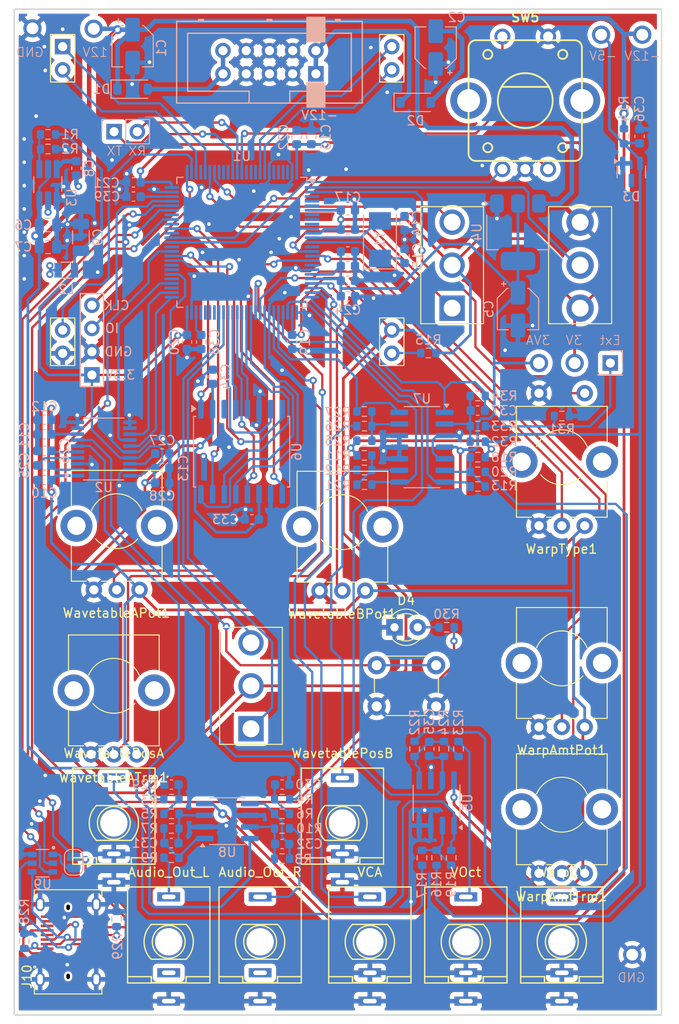
<source format=kicad_pcb>
(kicad_pcb (version 20240108) (generator "pcbnew") (generator_version "8.0")
  (layers (0 "F.Cu" signal) (1 "In1.Cu" signal) (2 "In2.Cu" signal) (31 "B.Cu" signal) (34 "B.Paste" user) (35 "F.Paste" user) (36 "B.SilkS" user "B.Silkscreen") (37 "F.SilkS" user "F.Silkscreen") (38 "B.Mask" user) (39 "F.Mask" user) (44 "Edge.Cuts" user))
  (net 0 "")
  (net 1 "+12V")
  (net 2 "GND")
  (net 3 "-12V")
  (net 4 "+3.3VA")
  (net 5 "/VSW")
  (net 6 "/CB")
  (net 7 "+3.3V")
  (net 8 "Net-(U2-CAPM)")
  (net 9 "Net-(U2-CAPP)")
  (net 10 "Net-(U2-VNEG)")
  (net 11 "Net-(U2-LDOO)")
  (net 12 "Net-(C29-Pad1)")
  (net 13 "Net-(C30-Pad1)")
  (net 14 "Net-(C31-Pad1)")
  (net 15 "Net-(C32-Pad1)")
  (net 16 "/+12V_IN")
  (net 17 "/-12V_IN")
  (net 18 "/FB")
  (net 19 "Pitch_CV_Scaled")
  (net 20 "AudioIn")
  (net 21 "LED_Oct_B_Out")
  (net 23 "UART_TX")
  (net 24 "UART_RX")
  (net 25 "Ext_Audio_In")
  (net 26 "/DAC_BCLK")
  (net 27 "/OCTOSPIM_P1_IO6")
  (net 28 "Audio_Out_L")
  (net 29 "/OCTOSPIM_P1_IO3")
  (net 30 "Net-(U1-PH0)")
  (net 31 "/OCTOSPIM_P1_IO5")
  (net 32 "/OCTOSPIM_P1_IO4")
  (net 33 "/OCTOSPIM_P1_DQS")
  (net 34 "/OCTOSPIM_P1_IO7")
  (net 37 "/OCTOSPIM_P1_CLK")
  (net 41 "/SWCLK")
  (net 43 "Audio_Out_R")
  (net 45 "/OCTOSPIM_P1_IO0")
  (net 46 "/OCTOSPIM_P1_IO2")
  (net 47 "/SWIO")
  (net 49 "Warp_CV_In")
  (net 52 "/OCTOSPIM_P1_NCS")
  (net 54 "/DAC_LRCLK")
  (net 56 "Pitch_CV_In")
  (net 57 "/DAC_DATA")
  (net 59 "/OCTOSPIM_P1_IO1")
  (net 61 "Net-(U1-PH1)")
  (net 65 "Wavetable_Pos_A_CV_In")
  (net 72 "/-5V_REF")
  (net 73 "Wavetable_Pos_B_CV_In")
  (net 74 "VCA_CV_In")
  (net 75 "USB_VBUS")
  (net 76 "USB_D+")
  (net 77 "USB_D-")
  (net 78 "WarpCV")
  (net 79 "LCD_Backlight")
  (net 80 "WavetablePosB_CV")
  (net 81 "VcaCV")
  (net 82 "/LED_Oct_B")
  (net 83 "Encoder_Up")
  (net 84 "Encoder_Btn")
  (net 85 "Encoder_Down")
  (net 86 "/WavetablePosA_CV")
  (net 87 "Mode")
  (net 88 "Net-(U7D--)")
  (net 89 "Octave_Down")
  (net 90 "Net-(U5A--)")
  (net 91 "Octave_Up")
  (net 92 "Net-(U5B-+)")
  (net 93 "ChB_Mix")
  (net 94 "ChB_RM")
  (net 95 "B_Octave_Btn")
  (net 96 "/DAC_Out_L")
  (net 97 "/DAC_Out_R")
  (net 98 "Net-(U7A--)")
  (net 99 "Net-(U7B--)")
  (net 100 "Warp_Type_Pot")
  (net 101 "Wavetable_Pos_A_Pot")
  (net 102 "LCD_SPI3_SS")
  (net 103 "Wavetable_Pos_B_Pot")
  (net 104 "Warp_Amt_Trm")
  (net 105 "Net-(JP1-A)")
  (net 106 "USB_DP")
  (net 107 "Net-(U8A-+)")
  (net 108 "Net-(U8B-+)")
  (net 109 "Net-(U7C--)")
  (net 110 "LCD_DC")
  (net 111 "Wavetable_Pos_A_Trm")
  (net 112 "Net-(C38-Pad1)")
  (net 113 "Warp_Amt_Pot")
  (net 114 "Net-(C39-Pad1)")
  (net 115 "LCD_SPI3_SCK")
  (net 116 "LCD_RESET")
  (net 124 "Warp_Polarity_Btn")
  (net 125 "USB_DM")
  (net 126 "LCD_SPI3_MOSI")
  (net 130 "Net-(J10-CC2)")
  (net 137 "Net-(J10-CC1)")
  (footprint "Custom_Footprints:THONKICONN_hole" (layer "F.Cu") (at 94 141)
    (property "Reference" "J7" (hide yes))
    (property "Value" "VCA")
  )
  (footprint "Custom_Footprints:USB_C_Receptacle_Amphenol_12401951E412A" (layer "F.Cu") (at 61 141 90)
    (property "Reference" "J10")
    (property "Value" "USB_C_Receptacle")
  )
  (footprint "Custom_Footprints:THONKICONN_hole" (layer "F.Cu") (at 82 141)
    (property "Reference" "J9" (hide yes))
    (property "Value" "Audio_Out_R")
  )
  (footprint "Custom_Footprints:THONKICONN_hole" (layer "F.Cu") (at 115 141)
    (property "Reference" "J5" (hide yes))
    (property "Value" "WarpCV")
  )
  (footprint "LED_THT:LED_D3.0mm_FlatTop" (layer "F.Cu") (at 96.7 106.6)
    (property "Reference" "D4")
    (property "Value" "LED_Small")
  )
  (footprint "Custom_Footprints:Encoder" (layer "F.Cu") (at 111 49)
    (property "Reference" "SW5")
    (property "Value" "Encoder" (hide yes))
  )
  (footprint "Custom_Footprints:Bourns_Switch_Potentiometer" (layer "F.Cu") (at 115 88)
    (property "Reference" "WarpType1")
    (property "Value" "WarpTypePot" (hide yes))
  )
  (footprint "Custom_Footprints:THONKICONN_hole" (layer "F.Cu") (at 104.5 141)
    (property "Reference" "J6" (hide yes))
    (property "Value" "VOct")
  )
  (footprint "Custom_Footprints:Alpha_9mm_Potentiometer_Aligned" (layer "F.Cu") (at 91 95.1)
    (property "Reference" "WavetableBPot1")
    (property "Value" "B10k")
  )
  (footprint "Custom_Footprints:Alpha_9mm_Potentiometer_Aligned" (layer "F.Cu") (at 115 126)
    (property "Reference" "WarpAmtTrm1")
    (property "Value" "B10k")
  )
  (footprint "Custom_Footprints:THONKICONN_hole" (layer "F.Cu") (at 72 141)
    (property "Reference" "J8" (hide yes))
    (property "Value" "Audio_Out_L")
  )
  (footprint "Custom_Footprints:SW_PUSH_6mm_aligned" (layer "F.Cu") (at 98 113)
    (property "Reference" "SW1" (hide yes))
    (property "Value" "SW_Push")
  )
  (footprint "Custom_Footprints:SPDT_Miniature" (layer "F.Cu") (at 117 67 90)
    (property "Reference" "SW2" (hide yes))
    (property "Value" "Mode_Switch")
  )
  (footprint "Custom_Footprints:THONKICONN_hole" (layer "F.Cu") (at 66 128)
    (property "Reference" "J3" (hide yes))
    (property "Value" "WavetablePosA")
  )
  (footprint "Custom_Footprints:LCD_Riser" (layer "F.Cu") (at 60.4 43.1)
    (property "Reference" "U10" (hide yes))
    (property "Value" "~")
  )
  (footprint "Custom_Footprints:Alpha_9mm_Potentiometer_Aligned" (layer "F.Cu") (at 66 113)
    (property "Reference" "WavetableATrm1")
    (property "Value" "B10k")
  )
  (footprint "Custom_Footprints:Alpha_9mm_Potentiometer_Aligned" (layer "F.Cu") (at 66.3125 95)
    (property "Reference" "WavetableAPot1")
    (property "Value" "B10k")
  )
  (footprint "Custom_Footprints:SP3T_Mini_Switch" (layer "F.Cu") (at 81 113 90)
    (property "Reference" "SW4" (hide yes))
    (property "Value" "ChB_Output")
  )
  (footprint "Custom_Footprints:THONKICONN_hole" (layer "F.Cu") (at 91 128)
    (property "Reference" "J4" (hide yes))
    (property "Value" "WavetablePosB")
  )
  (footprint "Custom_Footprints:Alpha_9mm_Potentiometer_Aligned" (layer "F.Cu") (at 115 110)
    (property "Reference" "WarpAmtPot1")
    (property "Value" "B10k")
  )
  (footprint "Custom_Footprints:SP3T_Mini_Switch" (layer "F.Cu") (at 103 67 90)
    (property "Reference" "SW3" (hide yes))
    (property "Value" "Octave_Switch")
  )
  (footprint "Package_TO_SOT_SMD:SOT-23" (layer "B.Cu") (at 122.6 56.8 -90)
    (property "Reference" "D3")
    (property "Value" "LM4040DBZ-5")
  )
  (footprint "Capacitor_SMD:C_0603_1608Metric" (layer "B.Cu") (at 87.6 53 -90)
    (property "Reference" "C16")
    (property "Value" "4.7uF")
  )
  (footprint "Capacitor_SMD:C_0603_1608Metric" (layer "B.Cu") (at 68.15 57.95)
    (property "Reference" "C21")
    (property "Value" "100nF")
  )
  (footprint "Capacitor_SMD:CP_Elec_4x5.8" (layer "B.Cu") (at 68.05 43.05 -90)
    (property "Reference" "C1")
    (property "Value" "47uF")
  )
  (footprint "Capacitor_SMD:C_0603_1608Metric" (layer "B.Cu") (at 86 53 -90)
    (property "Reference" "C22")
    (property "Value" "100nF")
  )
  (footprint "Capacitor_SMD:C_0603_1608Metric" (layer "B.Cu") (at 58.4 85.5 180)
    (property "Reference" "C11")
    (property "Value" "100nF")
  )
  (footprint "Capacitor_SMD:C_0603_1608Metric" (layer "B.Cu") (at 84.4 130.3)
    (property "Reference" "C32")
    (property "Value" "100pF")
  )
  (footprint "Capacitor_SMD:C_1206_3216Metric" (layer "B.Cu") (at 62.4 63.95 90)
    (property "Reference" "C9")
    (property "Value" "47uF")
  )
  (footprint "Resistor_SMD:R_0603_1608Metric" (layer "B.Cu") (at 93.4 86.2 180)
    (property "Reference" "R25")
    (property "Value" "75k")
  )
  (footprint "Capacitor_SMD:C_0603_1608Metric" (layer "B.Cu") (at 74 75.4 90)
    (property "Reference" "C20")
    (property "Value" "100nF")
  )
  (footprint "Resistor_SMD:R_0603_1608Metric" (layer "B.Cu") (at 102.4 106.6 180)
    (property "Reference" "R30")
    (property "Value" "1k")
  )
  (footprint "Resistor_SMD:R_0603_1608Metric" (layer "B.Cu") (at 72.3 125.4 180)
    (property "Reference" "R3")
    (property "Value" "1k")
  )
  (footprint "Capacitor_SMD:C_0603_1608Metric" (layer "B.Cu") (at 72.3 130.2)
    (property "Reference" "C31")
    (property "Value" "100pF")
  )
  (footprint "Custom_Footprints:1.3mm_Test_Point" (layer "B.Cu") (at 57.1 41.1 180)
    (property "Reference" "TP8" (hide yes))
    (property "Value" "TestPoint")
  )
  (footprint "Capacitor_SMD:CP_Elec_4x5.8" (layer "B.Cu") (at 101.2 43.2 90)
    (property "Reference" "C2")
    (property "Value" "22uF")
  )
  (footprint "Crystal:Crystal_SMD_Abracon_ABM3-2Pin_5.0x3.2mm" (layer "B.Cu") (at 95.1 64.2 90)
    (property "Reference" "Y1")
    (property "Value" "8MHz 20pF")
  )
  (footprint "Resistor_SMD:R_0603_1608Metric" (layer "B.Cu") (at 84.4 127)
    (property "Reference" "R6")
    (property "Value" "15k")
  )
  (footprint "Custom_Footprints:1.3mm_Test_Point" (layer "B.Cu") (at 112.5 77.7 180)
    (property "Reference" "TP6" (hide yes))
    (property "Value" "TestPoint")
  )
  (footprint "Package_TO_SOT_SMD:TSOT-23-6_HandSoldering" (layer "B.Cu") (at 58.8 58.2 90)
    (property "Reference" "U3")
    (property "Value" "TPS561201")
  )
  (footprint "Capacitor_SMD:C_0603_1608Metric" (layer "B.Cu") (at 58.4 83.9 180)
    (property "Reference" "C12")
    (property "Value" "10uF")
  )
  (footprint "Package_SO:SOIC-16W_7.5x10.3mm_P1.27mm" (layer "B.Cu") (at 79.975 87.4 -90)
    (property "Reference" "U6")
    (property "Value" "MX25LM51245G")
  )
  (footprint "Resistor_SMD:R_0603_1608Metric" (layer "B.Cu") (at 84.4 125.4)
    (property "Reference" "R4")
    (property "Value" "1k")
  )
  (footprint "Resistor_SMD:R_0603_1608Metric" (layer "B.Cu") (at 121.8 52.9 -90)
    (property "Reference" "R14")
    (property "Value" "2k2")
  )
  (footprint "Resistor_SMD:R_0603_1608Metric" (layer "B.Cu") (at 58.8 52.7 180)
    (property "Reference" "R1")
    (property "Value" "33k")
  )
  (footprint "Resistor_SMD:R_0603_1608Metric" (layer "B.Cu") (at 103.7 119.9 90)
    (property "Reference" "R23")
    (property "Value" "82k")
  )
  (footprint "Connector_PinHeader_2.54mm:PinHeader_1x01_P2.54mm_Vertical" (layer "B.Cu") (at 120.3 77.7 180)
    (property "Reference" "J12" (hide yes))
    (property "Value" "Conn_01x01_Socket")
  )
  (footprint "Resistor_SMD:R_0603_1608Metric" (layer "B.Cu") (at 84.4 131.9)
    (property "Reference" "R8")
    (property "Value" "47k")
  )
  (footprint "Resistor_SMD:R_0603_1608Metric" (layer "B.Cu") (at 102.1 119.9 90)
    (property "Reference" "R24")
    (property "Value" "47k")
  )
  (footprint "Resistor_SMD:R_0603_1608Metric" (layer "B.Cu") (at 105.8 89.6)
    (property "Reference" "R20")
    (property "Value" "82k")
  )
  (footprint "Diode_SMD:D_SOD-123" (layer "B.Cu") (at 68.05 47.75)
    (property "Reference" "D1")
    (property "Value" "1N5819")
  )
  (footprint "Package_SO:SOIC-8_3.9x4.9mm_P1.27mm" (layer "B.Cu") (at 78.4 127.8)
    (property "Reference" "U8")
    (property "Value" "TL072")
  )
  (footprint "Resistor_SMD:R_0603_1608Metric" (layer "B.Cu") (at 105.8 86.3)
    (property "Reference" "R32")
    (property "Value" "20k")
  )
  (footprint "Resistor_SMD:R_0603_1608Metric" (layer "B.Cu") (at 98.9 119.9 90)
    (property "Reference" "R22")
    (property "Value" "75k")
  )
  (footprint "Resistor_SMD:R_0603_1608Metric" (layer "B.Cu") (at 93.4 87.8 180)
    (property "Reference" "R11")
    (property "Value" "75k")
  )
  (footprint "Custom_Footprints:STF202-22T1G" (layer "B.Cu") (at 58.2 132.4 -90)
    (property "Reference" "U9")
    (property "Value" "STF202-22T1G" (hide yes))
  )
  (footprint "Capacitor_SMD:C_0603_1608Metric" (layer "B.Cu") (at 71.2875 87.6 180)
    (property "Reference" "C27")
    (property "Value" "100nF")
  )
  (footprint "Capacitor_SMD:C_0603_1608Metric" (layer "B.Cu") (at 91.6 67.1 180)
    (property "Reference" "C4" (hide yes))
    (property "Value" "100nF")
  )
  (footprint "Capacitor_SMD:C_0603_1608Metric" (layer "B.Cu") (at 58.4 88.9 180)
    (property "Reference" "C25")
    (property "Value" "2.2uF")
  )
  (footprint "Resistor_SMD:R_0603_1608Metric" (layer "B.Cu") (at 99.7 131.8 -90)
    (property "Reference" "R17")
    (property "Value" "82k")
  )
  (footprint "Capacitor_SMD:C_0805_2012Metric" (layer "B.Cu") (at 58.8 62.6)
    (property "Reference" "C6")
    (property "Value" "10uF")
  )
  (footprint "Capacitor_SMD:C_0603_1608Metric" (layer "B.Cu") (at 68.15 59.5 180)
    (property "Reference" "C39")
    (property "Value" "2.2uF")
  )
  (footprint "Capacitor_SMD:C_0603_1608Metric" (layer "B.Cu") (at 84.4 123.8)
    (property "Reference" "C30")
    (property "Value" "2.2nF")
  )
  (footprint "Capacitor_SMD:C_0603_1608Metric" (layer "B.Cu") (at 81.1 94.8 180)
    (property "Reference" "C33")
    (property "Value" "100nF")
  )
  (footprint "Custom_Footprints:1.3mm_Test_Point" (layer "B.Cu") (at 116.4 77.7 180)
    (property "Reference" "TP5" (hide yes))
    (property "Value" "TestPoint")
  )
  (footprint "Capacitor_SMD:C_0603_1608Metric" (layer "B.Cu") (at 91.6 68.7 180)
    (property "Reference" "C23" (hide yes))
    (property "Value" "100nF")
  )
  (footprint "Resistor_SMD:R_0603_1608Metric" (layer "B.Cu") (at 93.4 91 180)
    (property "Reference" "R21")
    (property "Value" "47k")
  )
  (footprint "Capacitor_SMD:C_0603_1608Metric" (layer "B.Cu") (at 72.3 123.8 180)
    (property "Reference" "C29")
    (property "Value" "2.2nF")
  )
  (footprint "Capacitor_SMD:C_0603_1608Metric" (layer "B.Cu") (at 58.4 90.5 180)
    (property "Reference" "C10")
    (property "Value" "100nF")
  )
  (footprint "Custom_Footprints:1.3mm_Test_Point" (layer "B.Cu") (at 63.8 41.15 180)
    (property "Reference" "TP2" (hide yes))
    (property "Value" "TestPoint")
  )
  (footprint "Resistor_SMD:R_0603_1608Metric" (layer "B.Cu") (at 115 83.5)
    (property "Reference" "R31")
    (property "Value" "100k")
  )
  (footprint "Capacitor_SMD:C_0603_1608Metric" (layer "B.Cu") (at 58.4 87.3 180)
    (property "Reference" "C26")
    (property "Value" "2.2uF")
  )
  (footprint "Capacitor_SMD:C_0603_1608Metric" (layer "B.Cu") (at 97.8 66 90)
    (property "Reference" "C15")
    (property "Value" "30pF")
  )
  (footprint "Capacitor_SMD:C_0603_1608Metric" (layer "B.Cu") (at 100.5 119.9 90)
    (property "Reference" "C35")
    (property "Value" "2.2nF")
  )
  (footprint "Resistor_SMD:R_0603_1608Metric" (layer "B.Cu") (at 56.2 140.9 90)
    (property "Reference" "R28")
    (property "Value" "5k1")
  )
  (footprint "Package_QFP:LQFP-100_14x14mm_P0.5mm" (layer "B.Cu") (at 80 64.5 180)
    (property "Reference" "U1")
    (property "Value" "STM32H7B0VBTx")
  )
  (footprint "Capacitor_SMD:C_0603_1608Metric" (layer "B.Cu") (at 91.6 70.4 180)
    (property "Reference" "C24")
    (property "Value" "1uF")
  )
  (footprint "Package_SO:SOIC-8_3.9x4.9mm_P1.27mm" (layer "B.Cu") (at 101.3 125.8 90)
    (property "Reference" "U5")
    (property "Value" "MCP6002")
  )
  (footprint "Package_SO:TSSOP-20_4.4x6.5mm_P0.65mm" (layer "B.Cu") (at 64.8875 87.1)
    (property "Reference" "U2")
    (property "Value" "PCM5100APW")
  )
  (footprint "Resistor_SMD:R_0603_1608Metric" (layer "B.Cu") (at 102.9 131.8 -90)
    (property "Reference" "R19")
    (property "Value" "47k")
  )
  (footprint "Resistor_SMD:R_0603_1608Metric" (layer "B.Cu") (at 72.3 127 180)
    (property "Reference" "R5")
    (property "Value" "15k")
  )
  (footprint "Resistor_SMD:R_0603_1608Metric" (layer "B.Cu") (at 93.4 89.4 180)
    (property "Reference" "R12")
    (property "Value" "82k")
  )
  (footprint "Custom_Footprints:1.3mm_Test_Point" (layer "B.Cu") (at 123.8 41.8 180)
    (property "Reference" "TP3" (hide yes))
    (property "Value" "TestPoint")
  )
  (footprint "Resistor_SMD:R_0603_1608Metric" (layer "B.Cu") (at 93.4 83)
    (property "Reference" "R27")
    (property "Value" "47k")
  )
  (footprint "Resistor_SMD:R_0603_1608Metric" (layer "B.Cu") (at 58.8 54.3)
    (property "Reference" "R2")
    (property "Value" "10k")
  )
  (footprint "Resistor_SMD:R_0603_1608Metric" (layer "B.Cu") (at 84.4 128.6)
    (property "Reference" "R10")
    (property "Value" "1k")
  )
  (footprint "Capacitor_SMD:C_0603_1608Metric" (layer "B.Cu") (at 71.2875 90.8)
    (property "Reference" "C28")
    (property "Value" "10uF")
  )
  (footprint "Capacitor_SMD:C_0603_1608Metric" (layer "B.Cu") (at 76.8 79.2 90)
    (property "Reference" "C34")
    (property "Value" "100nF")
  )
  (footprint "Package_SO:SO-14_3.9x8.65mm_P1.27mm" (layer "B.Cu") (at 99.7 86.9 180)
    (property "Reference" "U7")
    (property "Value" "MCP6004")
  )
  (footprint "Capacitor_SMD:C_0603_1608Metric" (layer "B.Cu") (at 91.6 63.1 180)
    (property "Reference" "C18" (hide yes))
    (property "Value" "100nF")
  )
  (footprint "Custom_Footprints:1.3mm_Test_Point" (layer "B.Cu") (at 119.3 41.8 180)
    (property "Reference" "TP7" (hide yes))
    (property "Value" "TestPoint")
  )
  (footprint "Capacitor_SMD:C_0603_1608Metric" (layer "B.Cu") (at 75.55 75.4 -90)
    (property "Reference" "C38")
    (property "Value" "2.2uF")
  )
  (footprint "Capacitor_SMD:C_0603_1608Metric" (layer "B.Cu") (at 85.5 75.4 90)
    (property "Reference" "C19")
    (property "Value" "100nF")
  )
  (footprint "Capacitor_SMD:C_0603_1608Metric" (layer "B.Cu") (at 123.5 52.9 -90)
    (property "Reference" "C36")
    (property "Value" "100nF")
  )
  (footprint "Capacitor_SMD:C_0603_1608Metric" (layer "B.Cu") (at 71.2875 89.2)
    (property "Reference" "C13")
    (property "Value" "100nF")
  )
  (footprint "Resistor_SMD:R_0603_1608Metric" (layer "B.Cu") (at 105.8 88)
    (property "Reference" "R18")
    (property "Value" "75k")
  )
  (footprint "Capacitor_SMD:CP_Elec_4x5.8" (layer "B.Cu") (at 110.2 71.8 -90)
    (property "Reference" "C5")
    (property "Value" "22uF")
  )
  (footprint "Resistor_SMD:R_0603_1608Metric" (layer "B.Cu") (at 105.8 91.2)
    (property "Reference" "R13")
    (property "Value" "47k")
  )
  (footprint "Custom_Footprints:Eurorack_10_pin_header" (layer "B.Cu") (at 88.1 46.075 180)
    (property "Reference" "J2" (hide yes))
    (property "Value" "Eurorack_10_pin_power")
  )
  (footprint "Connector_PinHeader_2.54mm:PinHeader_1x02_P2.54mm_Vertical" (layer "B.Cu") (at 66.025 52.4 -90)
    (property "Reference" "J11" (hide yes))
    (property "Value" "Conn_01x02_Pin")
  )
  (footprint "Resistor_SMD:R_0603_1608Metric" (layer "B.Cu") (at 93.4 84.6 180)
    (property "Reference" "R26")
    (property "Value" "82k")
  )
  (footprint "Resistor_SMD:R_0603_1608Metric" (layer "B.Cu") (at 105.8 81.3 180)
    (property "Reference" "R34")
    (property "Value" "6k8")
  )
  (footprint "Custom_Footprints:1.3mm_Test_Point" (layer "B.Cu") (at 122.7 142.4 180)
    (property "Reference" "TP4" (hide yes))
    (property "Value" "TestPoint")
  )
  (footprint "Capacitor_SMD:C_0805_2012Metric" (layer "B.Cu") (at 58.8 65)
    (property "Reference" "C7")
    (property "Value" "10uF")
  )
  (footprint "Resistor_SMD:R_0603_1608Metric" (layer "B.Cu") (at 101.3 131.8 -90)
    (property "Reference" "R16")
    (property "Value" "75k")
  )
  (footprint "Capacitor_SMD:C_0603_1608Metric" (layer "B.Cu") (at 105.8 82.9 180)
    (property "Reference" "C37")
    (property "Value" "2.2nF")
  )
  (footprint "Resistor_SMD:R_0603_1608Metric" (layer "B.Cu") (at 105.8 84.6)
    (property "Reference" "R33")
    (property "Value" "33k")
  )
  (footprint "Resistor_SMD:R_0603_1608Metric" (layer "B.Cu") (at 72.3 131.8 180)
    (property "Reference" "R9")
    (property "Value" "1k")
  )
  (footprint "Capacitor_SMD:C_0603_1608Metric" (layer "B.Cu") (at 91.6 61 180)
    (property "Reference" "C17")
    (property "Value" "100nF")
  )
  (footprint "Resistor_SMD:R_0603_1608Metric" (layer "B.Cu") (at 72.3 128.6)
    (property "Reference" "R7")
    (property "Value" "47k")
  )
  (footprint "Custom_Footprints:SWD_header" (layer "B.Cu") (at 63.6 79 90)
    (property "Reference" "J1" (hide yes))
    (property "Value" "SWD_Header")
  )
  (footprint "Jumper:SolderJumper-2_P1.3mm_Open_RoundedPad1.0x1.5mm" (layer "B.Cu") (at 61.6 132.3 90)
    (property "Reference" "JP1" (hide yes))
    (property "Value" "Jumper")
  )
  (footprint "Capacitor_SMD:C_0603_1608Metric" (layer "B.Cu") (at 61.9 56.4 90)
    (property "Reference" "C8")
    (property "Value" "100nF")
  )
  (footprint "Resistor_SMD:R_0603_1608Metric" (layer "B.Cu") (at 100.4 76.6 180)
    (property "Reference" "R15")
    (property "Value" "22")
  )
  (footprint "Resistor_SMD:R_0603_1608Metric" (layer "B.Cu") (at 66.3 138.5 90)
    (property "Reference" "R29")
    (property "Value" "5k1")
  )
  (footprint "Diode_SMD:D_SOD-123" (layer "B.Cu") (at 99 49.2)
    (property "Reference" "D2")
    (property "Value" "1N5819")
  )
  (footprint "Capacitor_SMD:C_0603_1608Metric" (layer "B.Cu") (at 97.8 62.4 -90)
    (property "Reference" "C14")
    (property "Value" "30pF")
  )
  (footprint "Custom_Footprints:L_0806" (layer "B.Cu") (at 60.8 67.55)
    (property "Reference" "L2")
    (property "Value" "3.3uH")
  )
  (footprint "Package_TO_SOT_SMD:SOT-223-3_TabPin2" (layer "B.Cu") (at 110.2 63.4 -90)
    (property "Reference" "U4")
    (property "Value" "LT1117-3.3")
  )
  (footprint "Capacitor_SMD:C_0603_1608Metric" (layer "B.Cu") (at 91.6 65.5 180)
    (property "Reference" "C3" (hide yes))
    (property "Value" "1uF")
  )
  (gr_rect (start 55.1 39) (end 125.9 149) (stroke (width 0.15)) (fill none) (layer "Edge.Cuts"))
  (gr_text "3VA" (at 113.8 75.8 0) (layer "B.SilkS") (effects (font (size 1 1) (thickness 0.1)) (justify left bottom mirror)))
  (gr_text "Ext" (at 121.5 75.8 0) (layer "B.SilkS") (effects (font (size 1 1) (thickness 0.1)) (justify left bottom mirror)))
  (gr_text "12V" (at 65.4 44.3 0) (layer "B.SilkS") (effects (font (size 1 1) (thickness 0.1)) (justify left bottom mirror)))
  (gr_text "GND" (at 124.2 145.5 0) (layer "B.SilkS") (effects (font (size 1 1) (thickness 0.1)) (justify left bottom mirror)))
  (gr_text "GND" (at 58.4 44.3 0) (layer "B.SilkS") (effects (font (size 1 1) (thickness 0.1)) (justify left bottom mirror)))
  (gr_text "3V" (at 117.3 75.8 0) (layer "B.SilkS") (effects (font (size 1 1) (thickness 0.1)) (justify left bottom mirror)))
  (gr_text "-12V" (at 125.9 44.7 0) (layer "B.SilkS") (effects (font (size 1 1) (thickness 0.1)) (justify left bottom mirror)))
  (gr_text "-5V" (at 121.1 44.7 0) (layer "B.SilkS") (effects (font (size 1 1) (thickness 0.1)) (justify left bottom mirror)))
  (gr_text "TX" (at 67 55.1 0) (layer "B.SilkS") (effects (font (size 1 1) (thickness 0.1)) (justify left bottom mirror)))
  (gr_text "RX" (at 69.6 55.1 0) (layer "B.SilkS") (effects (font (size 1 1) (thickness 0.1)) (justify left bottom mirror)))
  (segment (start 63.3 58.9) (end 58.4 63.8) (width 0.5) (layer "F.Cu") (net 1))
  (segment (start 63.3 44.3) (end 63.3 58.9) (width 0.5) (layer "F.Cu") (net 1))
  (segment (start 66.35 41.25) (end 63.3 44.3) (width 0.5) (layer "F.Cu") (net 1))
  (segment (start 58.4 63.8) (end 57.449996 63.8) (width 0.5) (layer "F.Cu") (net 1))
  (segment (start 66.4 41.25) (end 66.35 41.25) (width 0.5) (layer "F.Cu") (net 1))
  (via (at 57.449996 63.8) (size 1) (drill 0.5) (layers "F.Cu" "B.Cu") (net 1))
  (via (at 66.4 41.25) (size 1) (drill 0.5) (layers "F.Cu" "B.Cu") (net 1))
  (segment (start 98.4 40.3) (end 99.2 41.1) (width 0.5) (layer "B.Cu") (net 1))
  (segment (start 115 52) (end 116.1 53.1) (width 0.5) (layer "B.Cu") (net 1))
  (segment (start 116.1 53.1) (end 116.1 59) (width 0.5) (layer "B.Cu") (net 1))
  (segment (start 69.55 41.25) (end 70.5 40.3) (width 0.5) (layer "B.Cu") (net 1))
  (segment (start 70.5 40.3) (end 98.4 40.3) (width 0.5) (layer "B.Cu") (net 1))
  (segment (start 57.8875 62.6) (end 57.8875 65) (width 0.75) (layer "B.Cu") (net 1))
  (segment (start 69.9 126.5) (end 68.5 125.1) (width 0.3) (layer "B.Cu") (net 1))
  (segment (start 80.875 129.705) (end 80.875 134.025) (width 0.3) (layer "B.Cu") (net 1))
  (segment (start 57.85 69.55) (end 57.85 65) (width 0.3) (layer "B.Cu") (net 1))
  (segment (start 100.4 52) (end 115 52) (width 0.5) (layer "B.Cu") (net 1))
  (segment (start 116.1 59) (end 114.85 60.25) (width 0.5) (layer "B.Cu") (net 1))
  (segment (start 66.4 42.9) (end 66.4 47.75) (width 0.5) (layer "B.Cu") (net 1))
  (segment (start 68.5 122.8) (end 67.7 122) (width 0.3) (layer "B.Cu") (net 1))
  (segment (start 99.2 50.8) (end 100.4 52) (width 0.5) (layer "B.Cu") (net 1))
  (segment (start 57.85 62.5625) (end 57.85 59.55) (width 0.5) (layer "B.Cu") (net 1))
  (segment (start 63.8 41.15) (end 66.3 41.15) (width 0.5) (layer "B.Cu") (net 1))
  (segment (start 57.85 58.52) (end 58.8 57.57) (width 0.25) (layer "B.Cu") (net 1))
  (segment (start 69.9 136.7) (end 69.9 126.5) (width 0.3) (layer "B.Cu") (net 1))
  (segment (start 57.85 59.55) (end 57.85 58.52) (width 0.25) (layer "B.Cu") (net 1))
  (segment (start 77.7 137.2) (end 70.4 137.2) (width 0.3) (layer "B.Cu") (net 1))
  (segment (start 114.85 60.25) (end 112.5 60.25) (width 0.5) (layer "B.Cu") (net 1))
  (segment (start 59 122) (end 56.6 119.6) (width 0.3) (layer "B.Cu") (net 1))
  (segment (start 80.875 134.025) (end 77.7 137.2) (width 0.3) (layer "B.Cu") (net 1))
  (segment (start 99.2 41.1) (end 99.2 50.8) (width 0.5) (layer "B.Cu") (net 1))
  (segment (start 56.6 70.8) (end 57.85 69.55) (width 0.3) (layer "B.Cu") (net 1))
  (segment (start 68.5 125.1) (end 68.5 122.8) (width 0.3) (layer "B.Cu") (net 1))
  (segment (start 56.6 119.6) (end 56.6 70.8) (width 0.3) (layer "B.Cu") (net 1))
  (segment (start 68.05 41.25) (end 69.55 41.25) (width 0.5) (layer "B.Cu") (net 1))
  (segment (start 68.05 41.25) (end 66.4 41.25) (width 0.5) (layer "B.Cu") (net 1))
  (segment (start 70.4 137.2) (end 69.9 136.7) (width 0.3) (layer "B.Cu") (net 1))
  (segment (start 67.7 122) (end 59 122) (width 0.3) (layer "B.Cu") (net 1))
  (segment (start 66.3 41.15) (end 66.4 41.25) (width 0.5) (layer "B.Cu") (net 1))
  (segment (start 57.8875 62.6) (end 57.85 62.5625) (width 0.25) (layer "B.Cu") (net 1))
  (segment (start 58.8 57.57) (end 58.8 56.85) (width 0.25) (layer "B.Cu") (net 1))
  (segment (start 68.05 41.25) (end 66.4 42.9) (width 0.5) (layer "B.Cu") (net 1))
  (segment (start 60.675174 138.25) (end 63.3 138.25) (width 0.25) (layer "F.Cu") (net 2))
  (segment (start 60.582488 138.342686) (end 60.675174 138.25) (width 0.25) (layer "F.Cu") (net 2))
  (segment (start 60.65 143.75) (end 58.7 143.75) (width 0.25) (layer "F.Cu") (net 2))
  (segment (start 60.489802 138.25) (end 58.7 138.25) (width 0.25) (layer "F.Cu") (net 2))
  (segment (start 60.582488 138.342686) (end 60.489802 138.25) (width 0.25) (layer "F.Cu") (net 2))
  (segment (start 61.15 143.75) (end 63.3 143.75) (width 0.25) (layer "F.Cu") (net 2))
  (segment (start 60.9 143.5) (end 61.15 143.75) (width 0.25) (layer "F.Cu") (net 2))
  (segment (start 60.9 143.5) (end 60.65 143.75) (width 0.25) (layer "F.Cu") (net 2))
  (via (at 58.4 43.1) (size 0.8) (drill 0.4) (layers "F.Cu" "B.Cu") (net 2))
  (via (at 80.7 70.4) (size 0.8) (drill 0.4) (layers "F.Cu" "B.Cu") (net 2))
  (via (at 95.9 48.1) (size 0.8) (drill 0.4) (layers "F.Cu" "B.Cu") (net 2))
  (via (at 56.2 58.3) (size 0.8) (drill 0.4) (layers "F.Cu" "B.Cu") (net 2))
  (via (at 84.4 78.5) (size 0.8) (drill 0.4) (layers "F.Cu" "B.Cu") (net 2))
  (via (at 79.7 66.4) (size 0.8) (drill 0.4) (layers "F.Cu" "B.Cu") (net 2))
  (via (at 94.1 43.2) (size 0.8) (drill 0.4) (layers "F.Cu" "B.Cu") (net 2))
  (via (at 87.4 72.5) (size 0.8) (drill 0.4) (layers "F.Cu" "B.Cu") (net 2))
  (via (at 87.3 76.4) (size 0.8) (drill 0.4) (layers "F.Cu" "B.Cu") (net 2))
  (via (at 58.5 45.7) (size 0.8) (drill 0.4) (layers "F.Cu" "B.Cu") (net 2))
  (via (at 111.8 73.6) (size 0.8) (drill 0.4) (layers "F.Cu" "B.Cu") (net 2))
  (via (at 102.6 44.8) (size 0.8) (drill 0.4) (layers "F.Cu" "B.Cu") (net 2))
  (via (at 63.9 62.4) (size 0.8) (drill 0.4) (layers "F.Cu" "B.Cu") (net 2))
  (via (at 92.3 71.7) (size 0.8) (drill 0.4) (layers "F.Cu" "B.Cu") (net 2))
  (via (at 81.6 84.5) (size 0.8) (drill 0.4) (layers "F.Cu" "B.Cu") (net 2))
  (via (at 96.7 68.1) (size 0.8) (drill 0.4) (layers "F.Cu" "B.Cu") (net 2))
  (via (at 57 128.1) (size 0.8) (drill 0.4) (layers "F.Cu" "B.Cu") (net 2))
  (via (at 60.9 143.5) (size 0.8) (drill 0.4) (layers "F.Cu" "B.Cu") (net 2))
  (via (at 57.9 125.6) (size 0.8) (drill 0.4) (layers "F.Cu" "B.Cu") (net 2))
  (via (at 60.5 59.5) (size 0.8) (drill 0.4) (layers "F.Cu" "B.Cu") (net 2))
  (via (at 62 83.4) (size 0.8) (drill 0.4) (layers "F.Cu" "B.Cu") (net 2))
  (via (at 98.5 136.6) (size 0.8) (drill 0.4) (layers "F.Cu" "B.Cu") (net 2))
  (via (at 70.4 58.7) (size 0.8) (drill 0.4) (layers "F.Cu" "B.Cu") (net 2))
  (via (at 94.4 70.6) (size 0.8) (drill 0.4) (layers "F.Cu" "B.Cu") (net 2))
  (via (at 103.8 85.3) (size 0.8) (drill 0.4) (layers "F.Cu" "B.Cu") (net 2))
  (via (at 81.3 58.9) (size 0.8) (drill 0.4) (layers "F.Cu" "B.Cu") (net 2))
  (via (at 67.3 64.475) (size 0.8) (drill 0.4) (layers "F.Cu" "B.Cu") (net 2))
  (via (at 91.4 56.5) (size 0.8) (drill 0.4) (layers "F.Cu" "B.Cu") (net 2))
  (via (at 95.5 87.3) (size 0.8) (drill 0.4) (layers "F.Cu" "B.Cu") (net 2))
  (via (at 63.6 88.8) (size 0.8) (drill 0.4) (layers "F.Cu" "B.Cu") (net 2))
  (via (at 64.231759 67.764258) (size 0.8) (drill 0.4) (layers "F.Cu" "B.Cu") (net 2))
  (via (at 65.8 55.5) (size 0.8) (drill 0.4) (layers "F.Cu" "B.Cu") (net 2))
  (via (at 67.4 57) (size 0.8) (drill 0.4) (layers "F.Cu" "B.Cu") (net 2))
  (via (at 58.5 122.8) (size 0.8) (drill 0.4) (layers "F.Cu" "B.Cu") (net 2))
  (via (at 76.4 62.5) (size 0.8) (drill 0.4) (layers "F.Cu" "B.Cu") (net 2))
  (via (at 74 77.1) (size 0.8) (drill 0.4) (layers "F.Cu" "B.Cu") (net 2))
  (via (at 66.6 58.7) (size 0.8) (drill 0.4) (layers "F.Cu" "B.Cu") (net 2))
  (via (at 85.4 61.7) (size 0.8) (drill 0.4) (layers "F.Cu" "B.Cu") (net 2))
  (via (at 74.8 68.2) (size 0.8) (drill 0.4) (layers "F.Cu" "B.Cu") (net 2))
  (via (at 101.2 47) (size 0.8) (drill 0.4) (layers "F.Cu" "B.Cu") (net 2))
  (via (at 83.2 65.6) (size 0.8) (drill 0.4) (layers "F.Cu" "B.Cu") (net 2))
  (via (at 80.4 93.7) (size 0.8) (drill 0.4) (layers "F.Cu" "B.Cu") (net 2))
  (via (at 75.7 65.6) (size 0.8) (drill 0.4) (layers "F.Cu" "B.Cu") (net 2))
  (via (at 84.7 70) (size 0.8) (drill 0.4) (layers "F.Cu" "B.Cu") (net 2))
  (via (at 60.7 54.4) (size 0.8) (drill 0.4) (layers "F.Cu" "B.Cu") (net 2))
  (via (at 56.2 60.85) (size 0.8) (drill 0.4) (layers "F.Cu" "B.Cu") (net 2))
  (via (at 79.4 94.8) (size 0.8) (drill 0.4) (layers "F.Cu" "B.Cu") (net 2))
  (via (at 92.3 59.8) (size 0.8) (drill 0.4) (layers "F.Cu" "B.Cu") (net 2))
  (via (at 75.8 87.9) (size 0.8) (drill 0.4) (layers "F.Cu" "B.Cu") (net 2))
  (via (at 56.2 65.95) (size 0.8) (drill 0.4) (layers "F.Cu" "B.Cu") (net 2))
  (via (at 100.7 121.9) (size 0.8) (drill 0.4) (layers "F.Cu" "B.Cu") (net 2))
  (via (at 60.5 58.4) (size 0.8) (drill 0.4) (layers "F.Cu" "B.Cu") (net 2))
  (via (at 100 126.6) (size 0.8) (drill 0.4) (layers "F.Cu" "B.Cu") (net 2))
  (via (at 72 92) (size 0.8) (drill 0.4) (layers "F.Cu" "B.Cu") (net 2))
  (via (at 56.1 139.1) (size 0.8) (drill 0.4) (layers "F.Cu" "B.Cu") (net 2))
  (via (at 85.9 67.3) (size 0.8) (drill 0.4) (layers "F.Cu" "B.Cu") (net 2))
  (via (at 56.2 63.4) (size 0.8) (drill 0.4) (layers "F.Cu" "B.Cu") (net 2))
  (via (at 60.9 64.3) (size 0.8) (drill 0.4) (layers "F.Cu" "B.Cu") (net 2))
  (via (at 106.4 60.3) (size 0.8) (drill 0.4) (layers "F.Cu" "B.Cu") (net 2))
  (via (at 108.8 76.3) (size 0.8) (drill 0.4) (layers "F.Cu" "B.Cu") (net 2))
  (via (at 78.3 128.3) (size 0.8) (drill 0.4) (layers "F.Cu" "B.Cu") (net 2))
  (via (at 75.6 58.5) (size 0.8) (drill 0.4) (layers "F.Cu" "B.Cu") (net 2))
  (via (at 57.5 50.7) (size 0.8) (drill 0.4) (layers "F.Cu" "B.Cu") (net 2))
  (via (at 65.6 85.6) (size 0.8) (drill 0.4) (layers "F.Cu" "B.Cu") (net 2))
  (via (at 66.6 91.1) (size 0.8) (drill 0.4) (layers "F.Cu" "B.Cu") (net 2))
  (via (at 56.2 68.5) (size 0.8) (drill 0.4) (layers "F.Cu" "B.Cu") (net 2))
  (via (at 84.1 64.1) (size 0.8) (drill 0.4) (layers "F.Cu" "B.Cu") (net 2))
  (via (at 75.2 79.699998) (size 0.8) (drill 0.4) (layers "F.Cu" "B.Cu") (net 2))
  (via (at 60.582488 138.342686) (size 0.8) (drill 0.4) (layers "F.Cu" "B.Cu") (net 2))
  (via (at 67.7 62.6) (size 0.8) (drill 0.4) (layers "F.Cu" "B.Cu") (net 2))
  (via (at 84 54.9) (size 0.8) (drill 0.4) (layers "F.Cu" "B.Cu") (net 2))
  (via (at 97.800002 64.199998) (size 0.8) (drill 0.4) (layers "F.Cu" "B.Cu") (net 2))
  (via (at 69.9 44.8) (size 0.8) (drill 0.4) (layers "F.Cu" "B.Cu") (net 2))
  (via (at 56.2 55.75) (size 0.8) (drill 0.4) (layers "F.Cu" "B.Cu") (net 2))
  (via (at 60.936397 62.536397) (size 0.8) (drill 0.4) (layers "F.Cu" "B.Cu") (net 2))
  (via (at 68 47.2) (size 0.8) (drill 0.4) (layers "F.Cu" "B.Cu") (net 2))
  (via (at 87.3 56.6) (size 0.8) (drill 0.4) (layers "F.Cu" "B.Cu") (net 2))
  (via (at 82 80.8) (size 0.8) (drill 0.4) (layers "F.Cu" "B.Cu") (net 2))
  (via (at 71.4 86) (size 0.8) (drill 0.4) (layers "F.Cu" "B.Cu") (net 2))
  (via (at 60.4 41.2) (size 0.8) (drill 0.4) (layers "F.Cu" "B.Cu") (net 2))
  (via (at 56.2 53.2) (size 0.8) (drill 0.4) (layers "F.Cu" "B.Cu") (net 2))
  (via (at 78.6 86.9) (size 0.8) (drill 0.4) (layers "F.Cu" "B.Cu") (net 2))
  (via (at 67.7 83.4) (size 0.8) (drill 0.4) (layers "F.Cu" "B.Cu") (net 2))
  (via (at 107.9 61.9) (size 0.8) (drill 0.4) (layers "F.Cu" "B.Cu") (net 2))
  (via (at 106.3 56.1) (size 0.8) (drill 0.4) (layers "F.Cu" "B.Cu") (net 2))
  (segment (start 83 72.175) (end 83 77.1) (width 0.25) (layer "B.Cu") (net 2))
  (segment (start 83 56.825) (end 83 55.9) (width 0.25) (layer "B.Cu") (net 2))
  (segment (start 66.6 89.787501) (end 66.6 91.1) (width 0.25) (layer "B.Cu") (net 2))
  (segment (start 102.175 88.17) (end 101.57 88.17) (width 0.25) (layer "B.Cu") (net 2))
  (segment (start 72.0625 87.6) (end 72.0625 86.6625) (width 0.25) (layer "B.Cu") (net 2))
  (segment (start 83 56.825) (end 83 57.692764) (width 0.25) (layer "B.Cu") (net 2))
  (segment (start 97.8 65.225) (end 97.8 64.2) (width 0.25) (layer "B.Cu") (net 2))
  (segment (start 62.025 88.725) (end 63.525 88.725) (width 0.25) (layer "B.Cu") (net 2))
  (segment (start 83 71.307236) (end 84.307236 70) (width 0.25) (layer "B.Cu") (net 2))
  (segment (start 101.57 88.17) (end 100.875 87.475) (width 0.25) (layer "B.Cu") (net 2))
  (segment (start 83 72.175) (end 83 71.307236) (width 0.25) (layer "B.Cu") (net 2))
  (segment (start 76.474998 78.425) (end 75.2 79.699998) (width 0.25) (layer "B.Cu") (net 2))
  (segment (start 67.012501 89.375) (end 66.6 89.787501) (width 0.25) (layer "B.Cu") (net 2))
  (segment (start 101.37 85.63) (end 102.175 85.63) (width 0.25) (layer "B.Cu") (net 2))
  (segment (start 97.8 63.175) (end 97.8 64.199996) (width 0.25) (layer "B.Cu") (net 2))
  (segment (start 92.375 63.1) (end 92.375 61) (width 0.5) (layer "B.Cu") (net 2))
  (segment (start 92.375 67.1) (end 93.375 68.1) (width 0.25) (layer "B.Cu") (net 2))
  (segment (start 87.075 72.175) (end 87.4 72.5) (width 0.25) (layer "B.Cu") (net 2))
  (segment (start 83 77.1) (end 84.4 78.5) (width 0.25) (layer "B.Cu") (net 2))
  (segment (start 81.8 58.4) (end 81.3 58.9) (width 0.25) (layer "B.Cu") (net 2))
  (segment (start 100.665 123.325) (end 100.665 121.935) (width 0.25) (layer "B.Cu") (net 2))
  (segment (start 68.738604 87.425) (end 70.163604 86) (width 0.25) (layer "B.Cu") (net 2))
  (segment (start 67.75 89.375) (end 67.012501 89.375) (width 0.25) (layer "B.Cu") (net 2))
  (segment (start 87.675 63) (end 85.2 63) (width 0.25) (layer "B.Cu") (net 2))
  (segment (start 76.8 78.425) (end 76.474998 78.425) (width 0.25) (layer "B.Cu") (net 2))
  (segment (start 67.75 87.425) (end 67.012501 87.425) (width 0.25) (layer "B.Cu") (net 2))
  (segment (start 84.792764 58.4) (end 81.8 58.4) (width 0.25) (layer "B.Cu") (net 2))
  (segment (start 97.8 64.199996) (end 97.800002 64.199998) (width 0.25) (layer "B.Cu") (net 2))
  (segment (start 82.592764 58.1) (end 82.1 58.1) (width 0.25) (layer "B.Cu") (net 2))
  (segment (start 85.5 55.957236) (end 84.442764 54.9) (width 0.25) (layer "B.Cu") (net 2))
  (segment (start 70.7 59) (end 70.4 58.7) (width 0.25) (layer "B.Cu") (net 2))
  (segment (start 87.675 67.5) (end 86.1 67.5) (width 0.25) (layer "B.Cu") (net 2))
  (segment (start 84.307236 70) (end 84.7 70) (width 0.25) (layer "B.Cu") (net 2))
  (segment (start 86.1 67.5) (end 85.9 67.3) (width 0.25) (layer "B.Cu") (net 2))
  (segment (start 100.875 86.125) (end 101.37 85.63) (width 0.25) (layer "B.Cu") (net 2))
  (segment (start 85.5 56.825) (end 85.5 55.957236) (width 0.25) (layer "B.Cu") (net 2))
  (segment (start 82.1 58.1) (end 81.3 58.9) (width 0.25) (layer "B.Cu") (net 2))
  (segment (start 85.5 56.825) (end 85.5 57.692764) (width 0.25) (layer "B.Cu") (net 2))
  (segment (start 83 55.9) (end 84 54.9) (width 0.25) (layer "B.Cu") (net 2))
  (segment (start 84.442764 54.9) (end 84 54.9) (width 0.25) (layer "B.Cu") (net 2))
  (segment (start 100.875 87.475) (end 100.875 86.125) (width 0.25) (layer "B.Cu") (net 2))
  (segment (start 63.525 88.725) (end 63.6 88.8) (width 0.25) (layer "B.Cu") (net 2))
  (segment (start 70.163604 86) (end 71.4 86) (width 0.25) (layer "B.Cu") (net 2))
  (segment (start 74.5 72.175) (end 74.5 70.7) (width 0.25) (layer "B.Cu") (net 2))
  (segment (start 65.6 86.012499) (end 65.6 85.6) (width 0.25) (layer "B.Cu") (net 2))
  (segment (start 93.375 68.1) (end 96.7 68.1) (width 0.25) (layer "B.Cu") (net 2))
  (segment (start 85.5 57.692764) (end 84.792764 58.4) (width 0.25) (layer "B.Cu") (net 2))
  (segment (start 83 57.692764) (end 82.592764 58.1) (width 0.25) (layer "B.Cu") (net 2))
  (segment (start 72.325 59) (end 70.7 59) (width 0.25) (layer "B.Cu") (net 2))
  (segment (start 67.012501 87.425) (end 65.6 86.012499) (width 0.25) (layer "B.Cu") (net 2))
  (segment (start 100.665 121.935) (end 100.7 121.9) (width 0.25) (layer "B.Cu") (net 2))
  (segment (start 86 72.175) (end 87.075 72.175) (width 0.25) (layer "B.Cu") (net 2))
  (segment (start 85.2 63) (end 84.1 64.1) (width 0.25) (layer "B.Cu") (net 2))
  (segment (start 97.8 64.2) (end 97.800002 64.199998) (width 0.25) (layer "B.Cu") (net 2))
  (segment (start 67.75 87.425) (end 68.738604 87.425) (width 0.25) (layer "B.Cu") (net 2))
  (segment (start 72.0625 86.6625) (end 71.4 86) (width 0.25) (layer "B.Cu") (net 2))
  (segment (start 89.8 138.7) (end 78.100002 127.000002) (width 0.3) (layer "F.Cu") (net 3))
  (segment (start 121.8 50.4) (end 121.8 133.6) (width 0.3) (layer "F.Cu") (net 3))
  (segment (start 121.8 133.6) (end 116.7 138.7) (width 0.3) (layer "F.Cu") (net 3))
  (segment (start 78.100002 127.000002) (end 77.9 127.000002) (width 0.3) (layer "F.Cu") (net 3))
  (segment (start 116.7 138.7) (end 89.8 138.7) (width 0.3) (layer "F.Cu") (net 3))
  (via (at 121.8 50.4) (size 1) (drill 0.5) (layers "F.Cu" "B.Cu") (net 3))
  (via (at 77.9 127.000002) (size 1) (drill 0.5) (layers "F.Cu" "B.Cu") (net 3))
  (segment (start 123.8 41.8) (end 123.7 41.7) (width 0.5) (layer "B.Cu") (net 3))
  (segment (start 76.794998 125.895) (end 77.9 127.000002) (width 0.3) (layer "B.Cu") (net 3))
  (segment (start 120.1 40) (end 121.8 41.7) (width 0.5) (layer "B.Cu") (net 3))
  (segment (start 103.2 41.4) (end 104.6 40) (width 0.5) (layer "B.Cu") (net 3))
  (segment (start 104.1 42.3) (end 104.1 45.75) (width 0.5) (layer "B.Cu") (net 3))
  (segment (start 103.2 41.4) (end 104.1 42.3) (width 0.5) (layer "B.Cu") (net 3))
  (segment (start 123.7 41.7) (end 121.8 41.7) (width 0.5) (layer "B.Cu") (net 3))
  (segment (start 101.2 41.4) (end 103.2 41.4) (width 0.5) (layer "B.Cu") (net 3))
  (segment (start 121.8 41.7) (end 121.8 50.4) (width 0.5) (layer "B.Cu") (net 3))
  (segment (start 75.925 125.895) (end 76.794998 125.895) (width 0.3) (layer "B.Cu") (net 3))
  (segment (start 104.1 45.75) (end 100.65 49.2) (width 0.5) (layer "B.Cu") (net 3))
  (segment (start 104.6 40) (end 120.1 40) (width 0.5) (layer "B.Cu") (net 3))
  (segment (start 121.755 52.025) (end 121.8 51.98) (width 0.5) (layer "B.Cu") (net 3))
  (segment (start 121.8 51.98) (end 121.8 50.4) (width 0.5) (layer "B.Cu") (net 3))
  (segment (start 103.2 125.967767) (end 103.2 125.2) (width 0.3) (layer "F.Cu") (net 4))
  (segment (start 91.4 104.7) (end 93.5 102.6) (width 0.3) (layer "F.Cu") (net 4))
  (segment (start 107.8 98) (end 103.9 94.1) (width 0.3) (layer "F.Cu") (net 4))
  (segment (start 103.9 94.1) (end 103.9 87.3) (width 0.3) (layer "F.Cu") (net 4))
  (segment (start 115 98) (end 107.8 98) (width 0.3) (layer "F.Cu") (net 4))
  (segment (start 117.3 133.3) (end 117.3 117.7) (width 0.3) (layer "F.Cu") (net 4))
  (segment (start 117.5 133.5) (end 116 135) (width 0.3) (layer "F.Cu") (net 4))
  (segment (start 68.5 102.5) (end 70.7 104.7) (width 0.3) (layer "F.Cu") (net 4))
  (segment (start 58.8625 91.8) (end 58.8625 82.637509) (width 0.3) (layer "F.Cu") (net 4))
  (segment (start 58.8625 82.637509) (end 58.862503 82.637506) (width 0.3) (layer "F.Cu") (net 4))
  (segment (start 117.3 117.7) (end 117.5 117.5) (width 0.3) (layer "F.Cu") (net 4))
  (segment (start 116 135) (end 112.232233 135) (width 0.3) (layer "F.Cu") (net 4))
  (segment (start 117.5 95.5) (end 115 98) (width 0.3) (layer "F.Cu") (net 4))
  (segment (start 112.232233 135) (end 103.2 125.967767) (width 0.3) (layer "F.Cu") (net 4))
  (segment (start 117.5 133.5) (end 117.3 133.3) (width 0.3) (layer "F.Cu") (net 4))
  (segment (start 70.7 104.7) (end 91.4 104.7) (width 0.3) (layer "F.Cu") (net 4))
  (via (at 103.9 87.3) (size 0.8) (drill 0.4) (layers "F.Cu" "B.Cu") (net 4))
  (via (at 103.2 125.2) (size 0.8) (drill 0.4) (layers "F.Cu" "B.Cu") (net 4))
  (via (at 59.175 91.8) (size 0.8) (drill 0.4) (layers "F.Cu" "B.Cu") (net 4))
  (via (at 59.175003 82.637506) (size 0.8) (drill 0.4) (layers "F.Cu" "B.Cu") (net 4))
  (segment (start 112.5 77.7) (end 107.6 77.7) (width 0.3) (layer "B.Cu") (net 4))
  (segment (start 68.5 120.5) (end 67.2 119.2) (width 0.3) (layer "B.Cu") (net 4))
  (segment (start 117.5 115.4) (end 116.3 114.2) (width 0.3) (layer "B.Cu") (net 4))
  (segment (start 103.2 125.2) (end 103.2 123.33) (width 0.3) (layer "B.Cu") (net 4))
  (segment (start 104.9 64.7) (end 110.2 70) (width 0.3) (layer "B.Cu") (net 4))
  (segment (start 59.175 91.8) (end 59.175 97.375) (width 0.3) (layer "B.Cu") (net 4))
  (segment (start 101.9 64.7) (end 104.9 64.7) (width 0.3) (layer "B.Cu") (net 4))
  (segment (start 61.5 99.7) (end 66.012502 99.7) (width 0.3) (layer "B.Cu") (net 4))
  (segment (start 107.125 83.775) (end 107.6 83.3) (width 0.3) (layer "B.Cu") (net 4))
  (segment (start 110.2 70) (end 110.2 66.55) (width 0.3) (layer "B.Cu") (net 4))
  (segment (start 59.175 97.375) (end 61.5 99.7) (width 0.3) (layer "B.Cu") (net 4))
  (segment (start 117.5 117.5) (end 117.5 115.4) (width 0.3) (layer "B.Cu") (net 4))
  (segment (start 107.6 83.3) (end 107.6 77.7) (width 0.3) (layer "B.Cu") (net 4))
  (segment (start 67.2 104.112502) (end 68.812502 102.5) (width 0.3) (layer "B.Cu") (net 4))
  (segment (start 116.3 114.2) (end 116.3 96.7) (width 0.3) (layer "B.Cu") (net 4))
  (segment (start 93.5 102.6) (end 116.3 102.6) (width 0.3) (layer "B.Cu") (net 4))
  (segment (start 90.825 69.5) (end 90.825 70.3) (width 0.3) (layer "B.Cu") (net 4))
  (segment (start 105.8 84.166642) (end 106.191642 83.775) (width 0.3) (layer "B.Cu") (net 4))
  (segment (start 59.175 84.075) (end 59.35 83.9) (width 0.3) (layer "B.Cu") (net 4))
  (segment (start 59.65 90.025) (end 59.175 90.5) (width 0.3) (layer "B.Cu") (net 4))
  (segment (start 62.025 90.025) (end 59.65 90.025) (width 0.3) (layer "B.Cu") (net 4))
  (segment (start 103.5 86.9) (end 102.175 86.9) (width 0.3) (layer "B.Cu") (net 4))
  (segment (start 59.175 90.5) (end 59.175 91.8) (width 0.3) (layer "B.Cu") (net 4))
  (segment (start 103.9 87.3) (end 104.2 87.3) (width 0.3) (layer "B.Cu") (net 4))
  (segment (start 67.2 119.2) (end 67.2 104.112502) (width 0.3) (layer "B.Cu") (net 4))
  (segment (start 97.05 69.55) (end 101.9 64.7) (width 0.3) (layer "B.Cu") (net 4))
  (segment (start 90.825 65.5) (end 90.825 67.1) (width 0.3) (layer "B.Cu") (net 4))
  (segment (start 66.012502 99.7) (end 68.812502 102.5) (width 0.3) (layer "B.Cu") (net 4))
  (segment (start 104.325 87.175) (end 105.425 87.175) (width 0.3) (layer "B.Cu") (net 4))
  (segment (start 106.191642 83.775) (end 107.125 83.775) (width 0.3) (layer "B.Cu") (net 4))
  (segment (start 107.6 77.7) (end 107.6 72.6) (width 0.3) (layer "B.Cu") (net 4))
  (segment (start 116.3 96.7) (end 117.5 95.5) (width 0.3) (layer "B.Cu") (net 4))
  (segment (start 103.2 123.33) (end 103.205 123.325) (width 0.3) (layer "B.Cu") (net 4))
  (segment (start 107.6 72.6) (end 110.2 70) (width 0.3) (layer "B.Cu") (net 4))
  (segment (start 103.9 87.3) (end 103.5 86.9) (width 0.3) (layer "B.Cu") (net 4))
  (segment (start 105.425 87.175) (end 105.8 86.8) (width 0.3) (layer "B.Cu") (net 4))
  (segment (start 110.2 60.25) (end 110.2 66.55) (width 0.3) (layer "B.Cu") (net 4))
  (segment (start 90.875 69.55) (end 97.05 69.55) (width 0.3) (layer "B.Cu") (net 4))
  (segment (start 89.925 68) (end 90.825 67.1) (width 0.3) (layer "B.Cu") (net 4))
  (segment (start 105.8 86.8) (end 105.8 84.166642) (width 0.3) (layer "B.Cu") (net 4))
  (segment (start 104.2 87.3) (end 104.325 87.175) (width 0.3) (layer "B.Cu") (net 4))
  (segment (start 87.675 68) (end 89.925 68) (width 0.3) (layer "B.Cu") (net 4))
  (segment (start 62.025 85.475) (end 59.4 85.475) (width 0.3) (layer "B.Cu") (net 4))
  (segment (start 90.825 67.1) (end 90.825 68.7) (width 0.3) (layer "B.Cu") (net 4))
  (segment (start 90.825 68.6) (end 90.825 69.5) (width 0.3) (layer "B.Cu") (net 4))
  (segment (start 59.175 85.7) (end 59.175 84.075) (width 0.3) (layer "B.Cu") (net 4))
  (segment (start 87.675 68.5) (end 90.625 68.5) (width 0.3) (layer "B.Cu") (net 4))
  (segment (start 90.825 69.5) (end 90.875 69.55) (width 0.3) (layer "B.Cu") (net 4))
  (segment (start 59.175 83.9) (end 59.175 82.637509) (width 0.3) (layer "B.Cu") (net 4))
  (segment (start 59.4 85.475) (end 59.175 85.7) (width 0.3) (layer "B.Cu") (net 4))
  (segment (start 90.625 68.5) (end 90.825 68.7) (width 0.3) (layer "B.Cu") (net 4))
  (via (at 59 68) (size 0.8) (drill 0.4) (layers "F.Cu" "B.Cu") (net 5))
  (via (at 62.132353 58.382353) (size 0.8) (drill 0.4) (layers "F.Cu" "B.Cu") (net 5))
  (via (at 58.8 61.2) (size 0.8) (drill 0.4) (layers "F.Cu" "B.Cu") (net 5))
  (via (at 59 67.05) (size 0.8) (drill 0.4) (layers "F.Cu" "B.Cu") (net 5))
  (segment (start 61.9 57.175) (end 61.9 58.15) (width 0.5) (layer "B.Cu") (net 5))
  (segment (start 61.9 58.15) (end 62.132353 58.382353) (width 0.5) (layer "B.Cu") (net 5))
  (segment (start 59 67.55) (end 59.9 67.55) (width 0.25) (layer "B.Cu") (net 5))
  (segment (start 58.8 59.55) (end 58.8 60.75) (width 0.25) (layer "B.Cu") (net 5))
  (segment (start 59.75 56.4) (end 60.525 55.625) (width 0.5) (layer "B.Cu") (net 6))
  (segment (start 60.525 55.625) (end 61.9 55.625) (width 0.5) (layer "B.Cu") (net 6))
  (segment (start 71.75 53.8) (end 68.9 56.65) (width 0.3) (layer "F.Cu") (net 7))
  (segment (start 58.975 104.196752) (end 58.975 118.504999) (width 0.3) (layer "F.Cu") (net 7))
  (segment (start 114.4 66.4) (end 114.4 69.1) (width 0.3) (layer "F.Cu") (net 7))
  (segment (start 103 67) (end 105.9 64.1) (width 0.3) (layer "F.Cu") (net 7))
  (segment (start 114.4 69.1) (end 117 71.7) (width 0.3) (layer "F.Cu") (net 7))
  (segment (start 73 74.7) (end 68.7 79) (width 0.25) (layer "F.Cu") (net 7))
  (segment (start 69.4 93.771752) (end 58.975 104.196752) (width 0.3) (layer "F.Cu") (net 7))
  (segment (start 89 68.4) (end 90.700002 68.4) (width 0.25) (layer "F.Cu") (net 7))
  (segment (start 112.1 64.1) (end 114.4 66.4) (width 0.3) (layer "F.Cu") (net 7))
  (segment (start 91.1 79.399998) (end 96.4 74.099998) (width 0.3) (layer "F.Cu") (net 7))
  (segment (start 90.700002 68.4) (end 96.4 74.099998) (width 0.25) (layer "F.Cu") (net 7))
  (segment (start 117 71.7) (end 117 71.9) (width 0.3) (layer "F.Cu") (net 7))
  (segment (start 69.4 90.8) (end 69.4 93.771752) (width 0.3) (layer "F.Cu") (net 7))
  (segment (start 91.1 96.3) (end 91.1 79.399998) (width 0.3) (layer "F.Cu") (net 7))
  (segment (start 97.95 103.15) (end 91.1 96.3) (width 0.3) (layer "F.Cu") (net 7))
  (segment (start 116.4 72.5) (end 116.4 77.7) (width 0.3) (layer "F.Cu") (net 7))
  (segment (start 75.45 86.75) (end 73.45 86.75) (width 0.3) (layer "F.Cu") (net 7))
  (segment (start 120.2 57) (end 116.8 53.6) (width 0.3) (layer "F.Cu") (net 7))
  (segment (start 73.45 86.75) (end 69.4 90.8) (width 0.3) (layer "F.Cu") (net 7))
  (segment (start 65.170001 124.7) (end 69.3 124.7) (width 0.3) (layer "F.Cu") (net 7))
  (segment (start 81 113) (end 96.2 113) (width 0.3) (layer "F.Cu") (net 7))
  (segment (start 120.2 68.5) (end 120.2 57) (width 0.3) (layer "F.Cu") (net 7))
  (segment (start 117 71.7) (end 120.2 68.5) (width 0.3) (layer "F.Cu") (net 7))
  (segment (start 68.9 56.65) (end 68.9 56.7) (width 0.3) (layer "F.Cu") (net 7))
  (segment (start 69.3 124.7) (end 81 113) (width 0.3) (layer "F.Cu") (net 7))
  (segment (start 97.95 111.25) (end 97.95 103.15) (width 0.3) (layer "F.Cu") (net 7))
  (segment (start 89.3 53.6) (end 89.1 53.8) (width 0.3) (layer "F.Cu") (net 7))
  (segment (start 117 71.9) (end 116.4 72.5) (width 0.3) (layer "F.Cu") (net 7))
  (segment (start 68.7 79) (end 63.6 79) (width 0.25) (layer "F.Cu") (net 7))
  (segment (start 86.5 74.6) (end 86.5 70.9) (width 0.25) (layer "F.Cu") (net 7))
  (segment (start 86.5 70.9) (end 89 68.4) (width 0.25) (layer "F.Cu") (net 7))
  (segment (start 103 67) (end 98 62) (width 0.3) (layer "F.Cu") (net 7))
  (segment (start 58.975 118.504999) (end 65.170001 124.7) (width 0.3) (layer "F.Cu") (net 7))
  (segment (start 116.8 53.6) (end 89.3 53.6) (width 0.3) (layer "F.Cu") (net 7))
  (segment (start 89.1 53.8) (end 71.75 53.8) (width 0.3) (layer "F.Cu") (net 7))
  (segment (start 98 62) (end 90.825 62) (width 0.3) (layer "F.Cu") (net 7))
  (segment (start 96.2 113) (end 97.95 111.25) (width 0.3) (layer "F.Cu") (net 7))
  (segment (start 105.9 64.1) (end 112.1 64.1) (width 0.3) (layer "F.Cu") (net 7))
  (via (at 89.1 53.8) (size 0.8) (drill 0.4) (layers "F.Cu" "B.Cu") (net 7))
  (via (at 69.4 90.8) (size 0.8) (drill 0.4) (layers "F.Cu" "B.Cu") (net 7))
  (via (at 73 74.7) (size 0.8) (drill 0.4) (layers "F.Cu" "B.Cu") (net 7))
  (via (at 90.825 62) (size 0.8) (drill 0.4) (layers "F.Cu" "B.Cu") (net 7))
  (via (at 75.45 86.75) (size 0.8) (drill 0.4) (layers "F.Cu" "B.Cu") (net 7))
  (via (at 68.9 56.7) (size 0.8) (drill 0.4) (layers "F.Cu" "B.Cu") (net 7))
  (via (at 86.5 74.6) (size 0.8) (drill 0.4) (layers "F.Cu" "B.Cu") (net 7))
  (segment (start 88.57812 63.5) (end 88.97812 63.1) (width 0.3) (layer "B.Cu") (net 7))
  (segment (start 89.1 53.8) (end 87.625 53.8) (width 0.3) (layer "B.Cu") (net 7))
  (segment (start 77.2 96.2) (end 80.475 96.2) (width 0.3) (layer "B.Cu") (net 7))
  (segment (start 66.675 88.075) (end 67.75 88.075) (width 0.25) (layer "B.Cu") (net 7))
  (segment (start 61.7 67.8) (end 57.9 71.6) (width 0.3) (layer "B.Cu") (net 7))
  (segment (start 74 72.175) (end 74 74.625) (width 0.25) (layer "B.Cu") (net 7))
  (segment (start 72.1 57.9) (end 68.975 57.9) (width 0.3) (layer "B.Cu") (net 7))
  (segment (start 69.4 90.8) (end 70.5125 90.8) (width 0.3) (layer "B.Cu") (net 7))
  (segment (start 96.4 74.1) (end 98.725 74.1) (width 0.3) (layer "B.Cu") (net 7))
  (segment (start 70.971552 86.8) (end 71.2875 87.115948) (width 0.25) (layer "B.Cu") (net 7))
  (segment (start 98.725 74.1) (end 101.225 76.6) (width 0.3) (layer "B.Cu") (net 7))
  (segment (start 68.9625 90.025) (end 67.75 90.025) (width 0.25) (layer "B.Cu") (net 7))
  (segment (start 87.675 63.5) (end 88.57812 63.5) (width 0.3) (layer "B.Cu") (net 7))
  (segment (start 68.9 57.925) (end 68.925 57.95) (width 0.3) (layer "B.Cu") (net 7))
  (segment (start 81.88 94.795) (end 81.875 94.8) (width 0.3) (layer "B.Cu") (net 7))
  (segment (start 58.8 79) (end 63.6 79) (width 0.3) (layer "B.Cu") (net 7))
  (segment (start 103 76.6) (end 101.225 76.6) (width 0.3) (layer "B.Cu") (net 7))
  (segment (start 71.2875 87.115948) (end 71.2875 88.425) (width 0.25) (layer "B.Cu") (net 7))
  (segment (start 70.4375 91) (end 70.4375 89.275) (width 0.25) (layer "B.Cu") (net 7))
  (segment (start 68.975 57.9) (end 68.925 57.95) (width 0.3) (layer "B.Cu") (net 7))
  (segment (start 67.75 88.075) (end 68.725 88.075) (width 0.25) (layer "B.Cu") (net 7))
  (segment (start 71.2875 88.425) (end 70.5125 89.2) (width 0.25) (layer "B.Cu") (net 7))
  (segment (start 86.475 74.625) (end 86.5 74.6) (width 0.25) (layer "B.Cu") (net 7))
  (segment (start 85.5 74.625) (end 86.475 74.625) (width 0.25) (layer "B.Cu") (net 7))
  (segment (start 87.6 53.775) (end 86 53.775) (width 0.3) (layer "B.Cu") (net 7))
  (segment (start 61.7 66.1125) (end 61.7 67.55) (width 0.3) (layer "B.Cu") (net 7))
  (segment (start 69.7875 89.2) (end 68.9625 90.025) (width 0.25) (layer "B.Cu") (net 7))
  (segment (start 74.88 87.32) (end 74.88 93.88) (width 0.3) (layer "B.Cu") (net 7))
  (segment (start 105 74.6) (end 103 76.6) (width 0.3) (layer "B.Cu") (net 7))
  (segment (start 61.7 67.55) (end 61.7 67.8) (width 0.3) (layer "B.Cu") (net 7))
  (segment (start 68.725 88.075) (end 70 86.8) (width 0.25) (layer "B.Cu") (net 7))
  (segment (start 63.6 85) (end 63.6 79) (width 0.25) (layer "B.Cu") (net 7))
  (segment (start 64.65 63.1625) (end 61.7 66.1125) (width 0.3) (layer "B.Cu") (net 7))
  (segment (start 68.9 56.7) (end 68.9 57.925) (width 0.3) (layer "B.Cu") (net 7))
  (segment (start 76.8 85.4) (end 74.88 87.32) (width 0.3) (layer "B.Cu") (net 7))
  (segment (start 70 86.8) (end 70.971552 86.8) (width 0.25) (layer "B.Cu") (net 7))
  (segment (start 73.075 74.625) (end 73 74.7) (width 0.25) (layer "B.Cu") (net 7))
  (segment (start 90.825 62) (end 90.825 63.1) (width 0.3) (layer "B.Cu") (net 7))
  (segment (start 59.625 52.7) (end 60.8 52.7) (width 0.3) (layer "B.Cu") (net 7))
  (segment (start 81.88 92.05) (end 81.88 94.795) (width 0.3) (layer "B.Cu") (net 7))
  (segment (start 57.9 78.1) (end 58.8 79) (width 0.3) (layer "B.Cu") (net 7))
  (segment (start 60.8 52.7) (end 64.65 56.55) (width 0.3) (layer "B.Cu") (net 7))
  (segment (start 80.475 96.2) (end 81.875 94.8) (width 0.3) (layer "B.Cu") (net 7))
  (segment (start 72.325 58.125) (end 72.1 57.9) (width 0.3) (layer "B.Cu") (net 7))
  (segment (start 87.675 61) (end 90.825 61) (width 0.3) (layer "B.Cu") (net 7))
  (segment (start 64.65 56.55) (end 64.65 63.1625) (width 0.3) (layer "B.Cu") (net 7))
  (segment (start 76.8 82.75) (end 76.8 85.4) (width 0.3) (layer "B.Cu") (net 7))
  (segment (start 74 74.625) (end 73.075 74.625) (width 0.25) (layer "B.Cu") (net 7))
  (segment (start 85.5 72.175) (end 85.5 74.625) (width 0.25) (layer "B.Cu") (net 7))
  (segment (start 74.88 93.88) (end 77.2 96.2) (width 0.3) (layer "B.Cu") (net 7))
  (segment (start 103 67) (end 105 69) (width 0.3) (layer "B.Cu") (net 7))
  (segment (start 86 56.825) (end 86 53.775) (width 0.3) (layer "B.Cu") (net 7))
  (segment (start 70.5125 89.2) (end 69.7875 89.2) (width 0.25) (layer "B.Cu") (net 7))
  (segment (start 105 69) (end 105 74.6) (width 0.3) (layer "B.Cu") (net 7))
  (segment (start 90.825 61) (end 90.825 62) (width 0.3) (layer "B.Cu") (net 7))
  (segment (start 76.8 82.75) (end 76.8 79.975) (width 0.3) (layer "B.Cu") (net 7))
  (segment (start 87.625 53.8) (end 87.6 53.775) (width 0.3) (layer "B.Cu") (net 7))
  (segment (start 72.325 58.5) (end 72.325 58.125) (width 0.3) (layer "B.Cu") (net 7))
  (segment (start 57.9 71.6) (end 57.9 78.1) (width 0.3) (layer "B.Cu") (net 7))
  (segment (start 70.4375 89.275) (end 70.5125 89.2) (width 0.25) (layer "B.Cu") (net 7))
  (segment (start 66.675 88.075) (end 63.6 85) (width 0.25) (layer "B.Cu") (net 7))
  (segment (start 88.97812 63.1) (end 90.825 63.1) (width 0.3) (layer "B.Cu") (net 7))
  (segment (start 62.025 88.075) (end 62 88.1) (width 0.25) (layer "B.Cu") (net 8))
  (segment (start 58.425 88.1) (end 57.625 88.9) (width 0.25) (layer "B.Cu") (net 8))
  (segment (start 62 88.1) (end 58.425 88.1) (width 0.25) (layer "B.Cu") (net 8))
  (segment (start 62.025 89.375) (end 59.65 89.375) (width 0.25) (layer "B.Cu") (net 9))
  (segment (start 59.65 89.375) (end 59.175 88.9) (width 0.25) (layer "B.Cu") (net 9))
  (segment (start 59.3 87.425) (end 59.175 87.3) (width 0.25) (layer "B.Cu") (net 10))
  (segment (start 62.025 87.425) (end 59.3 87.425) (width 0.25) (layer "B.Cu") (net 10))
  (segment (start 69.3875 88.725) (end 70.5125 87.6) (width 0.25) (layer "B.Cu") (net 11))
  (segment (start 67.75 88.725) (end 69.3875 88.725) (width 0.25) (layer "B.Cu") (net 11))
  (segment (start 73.125 125.4) (end 73.125 123.85) (width 0.25) (layer "B.Cu") (net 12))
  (segment (start 73.125 123.85) (end 73.075 123.8) (width 0.25) (layer "B.Cu") (net 12))
  (segment (start 71.475 127) (end 71.525 127) (width 0.25) (layer "B.Cu") (net 12))
  (segment (start 71.525 127) (end 73.125 125.4) (width 0.25) (layer "B.Cu") (net 12))
  (segment (start 83.575 125.4) (end 83.575 123.85) (width 0.25) (layer "B.Cu") (net 13))
  (segment (start 85.225 127) (end 85.175 127) (width 0.25) (layer "B.Cu") (net 13))
  (segment (start 85.175 127) (end 83.575 125.4) (width 0.25) (layer "B.Cu") (net 13))
  (segment (start 83.575 123.85) (end 83.625 123.8) (width 0.25) (layer "B.Cu") (net 13))
  (segment (start 71.525 130.2) (end 71.525 128.65) (width 0.25) (layer "B.Cu") (net 14))
  (segment (start 73.125 131.8) (end 71.525 130.2) (width 0.25) (layer "B.Cu") (net 14))
  (segment (start 75.095 129.705) (end 73.125 131.675) (width 0.25) (layer "B.Cu") (net 14))
  (segment (start 75.925 129.705) (end 75.095 129.705) (width 0.25) (layer "B.Cu") (net 14))
  (segment (start 73.125 131.675) (end 73.125 131.8) (width 0.25) (layer "B.Cu") (net 14))
  (segment (start 71.525 128.65) (end 71.475 128.6) (width 0.25) (layer "B.Cu") (net 14))
  (segment (start 83.575 128.6) (end 83.575 130.25) (width 0.25) (layer "B.Cu") (net 15))
  (segment (start 83.41 128.435) (end 83.575 128.6) (width 0.25) (layer "B.Cu") (net 15))
  (segment (start 83.575 130.25) (end 83.625 130.3) (width 0.25) (layer "B.Cu") (net 15))
  (segment (start 83.575 130.35) (end 83.625 130.3) (width 0.25) (layer "B.Cu") (net 15))
  (segment (start 80.875 128.435) (end 83.41 128.435) (width 0.25) (layer "B.Cu") (net 15))
  (segment (start 83.575 131.9) (end 83.575 130.35) (width 0.25) (layer "B.Cu") (net 15))
  (segment (start 76.265 47.75) (end 77.94 46.075) (width 0.5) (layer "B.Cu") (net 16))
  (segment (start 77.94 46.075) (end 77.94 43.535) (width 0.5) (layer "B.Cu") (net 16))
  (segment (start 69.7 47.75) (end 76.265 47.75) (width 0.5) (layer "B.Cu") (net 16))
  (segment (start 97.35 49.2) (end 98.3 48.25) (width 0.5) (layer "B.Cu") (net 17))
  (segment (start 98.3 48.25) (end 98.3 41.9) (width 0.5) (layer "B.Cu") (net 17))
  (segment (start 98.3 41.9) (end 97.8 41.4) (width 0.5) (layer "B.Cu") (net 17))
  (segment (start 97.8 41.4) (end 90.235 41.4) (width 0.5) (layer "B.Cu") (net 17))
  (segment (start 90.235 41.4) (end 88.1 43.535) (width 0.5) (layer "B.Cu") (net 17))
  (segment (start 88.1 46.075) (end 88.1 43.535) (width 0.5) (layer "B.Cu") (net 17))
  (segment (start 57.85 52.825) (end 57.975 52.7) (width 0.25) (layer "B.Cu") (net 18))
  (segment (start 57.85 56.85) (end 57.85 52.825) (width 0.25) (layer "B.Cu") (net 18))
  (segment (start 101.935 124.299999) (end 101.935 123.325) (width 0.25) (layer "B.Cu") (net 19))
  (segment (start 92.225 120.825) (end 96.3 124.9) (width 0.25) (layer "B.Cu") (net 19))
  (segment (start 98.4 81.3) (end 99.7 82.6) (width 0.25) (layer "B.Cu") (net 19))
  (segment (start 99.7 91.7) (end 98.7 92.7) (width 0.25) (layer "B.Cu") (net 19))
  (segment (start 97.3 81.3) (end 98.4 81.3) (width 0.25) (layer "B.Cu") (net 19))
  (segment (start 92.225 93.975) (end 92.225 120.825) (width 0.25) (layer "B.Cu") (net 19))
  (segment (start 98.7 92.7) (end 93.5 92.7) (width 0.25) (layer "B.Cu") (net 19))
  (segment (start 102.1 120.725) (end 101.975 120.85) (width 0.25) (layer "B.Cu") (net 19))
  (segment (start 96.3 124.9) (end 101.334999 124.9) (width 0.25) (layer "B.Cu") (net 19))
  (segment (start 87 71) (end 97.3 81.3) (width 0.25) (layer "B.Cu") (net 19))
  (segment (start 101.935 120.89) (end 102.1 120.725) (width 0.25) (layer "B.Cu") (net 19))
  (segment (start 101.334999 124.9) (end 101.935 124.299999) (width 0.25) (layer "B.Cu") (net 19))
  (segment (start 101.975 120.85) (end 100.55 120.85) (width 0.25) (layer "B.Cu") (net 19))
  (segment (start 101.935 123.325) (end 101.935 120.89) (width 0.25) (layer "B.Cu") (net 19))
  (segment (start 93.5 92.7) (end 92.225 93.975) (width 0.25) (layer "B.Cu") (net 19))
  (segment (start 85 71.307236) (end 85.307236 71) (width 0.25) (layer "B.Cu") (net 19))
  (segment (start 85 72.175) (end 85 71.307236) (width 0.25) (layer "B.Cu") (net 19))
  (segment (start 99.7 82.6) (end 99.7 91.7) (width 0.25) (layer "B.Cu") (net 19))
  (segment (start 85.307236 71) (end 87 71) (width 0.25) (layer "B.Cu") (net 19))
  (segment (start 106.575 82.9) (end 106.575 81.35) (width 0.25) (layer "B.Cu") (net 20))
  (segment (start 101.45 79.8) (end 102.175 80.525) (width 0.25) (layer "B.Cu") (net 20))
  (segment (start 106.575 81.35) (end 106.625 81.3) (width 0.25) (layer "B.Cu") (net 20))
  (segment (start 89.25 70.707236) (end 89.25 71.577208) (width 0.25) (layer "B.Cu") (net 20))
  (segment (start 89.25 71.577208) (end 97.472792 79.8) (width 0.25) (layer "B.Cu") (net 20))
  (segment (start 87.675 70) (end 88.542764 70) (width 0.25) (layer "B.Cu") (net 20))
  (segment (start 106.625 81.3) (end 106.625 80.925) (width 0.25) (layer "B.Cu") (net 20))
  (segment (start 106.625 80.925) (end 105.5 79.8) (width 0.25) (layer "B.Cu") (net 20))
  (segment (start 102.9 79.8) (end 102.175 80.525) (width 0.25) (layer "B.Cu") (net 20))
  (segment (start 102.175 80.525) (end 102.175 83.09) (width 0.25) (layer "B.Cu") (net 20))
  (segment (start 88.542764 70) (end 89.25 70.707236) (width 0.25) (layer "B.Cu") (net 20))
  (segment (start 105.5 79.8) (end 102.9 79.8) (width 0.25) (layer "B.Cu") (net 20))
  (segment (start 97.472792 79.8) (end 101.45 79.8) (width 0.25) (layer "B.Cu") (net 20))
  (segment (start 101.575 106.6) (end 99.265 106.6) (width 0.25) (layer "B.Cu") (net 21))
  (segment (start 69.969465 52.657236) (end 69.026701 53.6) (width 0.25) (layer "F.Cu") (net 23))
  (segment (start 67.225 53.6) (end 66.025 52.4) (width 0.25) (layer "F.Cu") (net 23))
  (segment (start 75.7 52.657236) (end 69.969465 52.657236) (width 0.25) (layer "F.Cu") (net 23))
  (segment (start 69.026701 53.6) (end 67.225 53.6) (width 0.25) (layer "F.Cu") (net 23))
  (via (at 75.7 52.657236) (size 0.8) (drill 0.4) (layers "F.Cu" "B.Cu") (net 23))
  (segment (start 79 54.6) (end 77.057236 52.657236) (width 0.25) (layer "B.Cu") (net 23))
  (segment (start 77.057236 52.657236) (end 75.7 52.657236) (width 0.25) (layer "B.Cu") (net 23))
  (segment (start 79 56.825) (end 79 54.6) (width 0.25) (layer "B.Cu") (net 23))
  (segment (start 69.565 51.4) (end 68.565 52.4) (width 0.25) (layer "F.Cu") (net 24))
  (segment (start 77.8 51.4) (end 69.565 51.4) (width 0.25) (layer "F.Cu") (net 24))
  (via (at 77.8 51.4) (size 0.8) (drill 0.4) (layers "F.Cu" "B.Cu") (net 24))
  (segment (start 78.24 51.6) (end 78 51.6) (width 0.25) (layer "B.Cu") (net 24))
  (segment (start 79.5 52.86) (end 78.24 51.6) (width 0.25) (layer "B.Cu") (net 24))
  (segment (start 79.5 56.825) (end 79.5 52.86) (width 0.25) (layer "B.Cu") (net 24))
  (segment (start 78 51.6) (end 77.8 51.4) (width 0.25) (layer "B.Cu") (net 24))
  (segment (start 118.075 84.625) (end 120.3 82.4) (width 0.25) (layer "B.Cu") (net 25))
  (segment (start 106.625 84.6) (end 106.65 84.625) (width 0.25) (layer "B.Cu") (net 25))
  (segment (start 114.1 84.625) (end 118.075 84.625) (width 0.25) (layer "B.Cu") (net 25))
  (segment (start 120.3 82.4) (end 120.3 77.7) (width 0.25) (layer "B.Cu") (net 25))
  (segment (start 114.175 83.5) (end 114.175 84.55) (width 0.25) (layer "B.Cu") (net 25))
  (segment (start 106.65 84.625) (end 114.1 84.625) (width 0.25) (layer "B.Cu") (net 25))
  (segment (start 114.175 84.55) (end 114.1 84.625) (width 0.25) (layer "B.Cu") (net 25))
  (segment (start 71.1 70) (end 72.325 70) (width 0.25) (layer "B.Cu") (net 26))
  (segment (start 69.225 85.475) (end 69.8 84.9) (width 0.25) (layer "B.Cu") (net 26))
  (segment (start 67.75 85.475) (end 69.225 85.475) (width 0.25) (layer "B.Cu") (net 26))
  (segment (start 69.8 71.3) (end 71.1 70) (width 0.25) (layer "B.Cu") (net 26))
  (segment (start 69.8 84.9) (end 69.8 71.3) (width 0.25) (layer "B.Cu") (net 26))
  (segment (start 81.3 90) (end 81.3 85.8) (width 0.25) (layer "F.Cu") (net 27))
  (segment (start 80 84.4) (end 81.3 85.7) (width 0.25) (layer "F.Cu") (net 27))
  (segment (start 81.3 85.7) (end 81.3 85.8) (width 0.25) (layer "F.Cu") (net 27))
  (via (at 81.3 90) (size 0.8) (drill 0.4) (layers "F.Cu" "B.Cu") (net 27))
  (via (at 80 84.4) (size 0.8) (drill 0.4) (layers "F.Cu" "B.Cu") (net 27))
  (segment (start 81.3 90) (end 80.61 90.69) (width 0.25) (layer "B.Cu") (net 27))
  (segment (start 79.5 79) (end 79.965 79.465) (width 0.25) (layer "B.Cu") (net 27))
  (segment (start 80.61 90.69) (end 80.61 92.05) (width 0.25) (layer "B.Cu") (net 27))
  (segment (start 79.965 79.465) (end 79.965 84.365) (width 0.25) (layer "B.Cu") (net 27))
  (segment (start 79.965 84.365) (end 80 84.4) (width 0.25) (layer "B.Cu") (net 27))
  (segment (start 79.5 72.175) (end 79.5 79) (width 0.25) (layer "B.Cu") (net 27))
  (segment (start 72.025 136.045) (end 72.025 132.35) (width 0.25) (layer "B.Cu") (net 28))
  (segment (start 72.025 132.35) (end 71.475 131.8) (width 0.25) (layer "B.Cu") (net 28))
  (segment (start 76.3 67.8) (end 76.3 80.33) (width 0.25) (layer "F.Cu") (net 29))
  (segment (start 74.4 65.9) (end 76.3 67.8) (width 0.25) (layer "F.Cu") (net 29))
  (segment (start 76.3 80.33) (end 75.53 81.1) (width 0.25) (layer "F.Cu") (net 29))
  (via (at 74.4 65.9) (size 0.8) (drill 0.4) (layers "F.Cu" "B.Cu") (net 29))
  (via (at 75.53 81.1) (size 0.8) (drill 0.4) (layers "F.Cu" "B.Cu") (net 29))
  (segment (start 74.3 66) (end 72.325 66) (width 0.25) (layer "B.Cu") (net 29))
  (segment (start 75.53 82.75) (end 75.53 81.1) (width 0.25) (layer "B.Cu") (net 29))
  (segment (start 74.4 65.9) (end 74.3 66) (width 0.25) (layer "B.Cu") (net 29))
  (segment (start 97.275 62.15) (end 97.8 61.625) (width 0.25) (layer "B.Cu") (net 30))
  (segment (start 87.675 64) (end 88.749872 64) (width 0.25) (layer "B.Cu") (net 30))
  (segment (start 88.774872 63.975) (end 93.025 63.975) (width 0.25) (layer "B.Cu") (net 30))
  (segment (start 88.749872 64) (end 88.774872 63.975) (width 0.25) (layer "B.Cu") (net 30))
  (segment (start 93.025 63.975) (end 94.85 62.15) (width 0.25) (layer "B.Cu") (net 30))
  (segment (start 94.85 62.15) (end 95.1 62.15) (width 0.25) (layer "B.Cu") (net 30))
  (segment (start 95.1 62.15) (end 97.275 62.15) (width 0.25) (layer "B.Cu") (net 30))
  (segment (start 80.6 79.3) (end 80 78.7) (width 0.25) (layer "B.Cu") (net 31))
  (segment (start 80.61 82.75) (end 80.6 82.74) (width 0.25) (layer "B.Cu") (net 31))
  (segment (start 80.6 82.74) (end 80.6 79.3) (width 0.25) (layer "B.Cu") (net 31))
  (segment (start 80 78.7) (end 80 72.175) (width 0.25) (layer "B.Cu") (net 31))
  (segment (start 85.1 81.6) (end 84.35 80.85) (width 0.25) (layer "B.Cu") (net 32))
  (segment (start 80.725 87.275) (end 82.075 87.275) (width 0.25) (layer "B.Cu") (net 32))
  (segment (start 80.5 78.1) (end 80.5 72.175) (width 0.25) (layer "B.Cu") (net 32))
  (segment (start 82.075 87.275) (end 85.1 84.25) (width 0.25) (layer "B.Cu") (net 32))
  (segment (start 78.07 89.93) (end 80.725 87.275) (width 0.25) (layer "B.Cu") (net 32))
  (segment (start 83.25 80.85) (end 80.5 78.1) (width 0.25) (layer "B.Cu") (net 32))
  (segment (start 85.1 84.25) (end 85.1 81.6) (width 0.25) (layer "B.Cu") (net 32))
  (segment (start 78.07 92.05) (end 78.07 89.93) (width 0.25) (layer "B.Cu") (net 32))
  (segment (start 84.35 80.85) (end 83.25 80.85) (width 0.25) (layer "B.Cu") (net 32))
  (segment (start 86.1 81.1) (end 84.7 79.7) (width 0.25) (layer "B.Cu") (net 33))
  (segment (start 82.5 78.2) (end 82.5 72.175) (width 0.25) (layer "B.Cu") (net 33))
  (segment (start 79.34 90.86) (end 81.2 89) (width 0.25) (layer "B.Cu") (net 33))
  (segment (start 84 79.7) (end 82.5 78.2) (width 0.25) (layer "B.Cu") (net 33))
  (segment (start 79.34 92.05) (end 79.34 90.86) (width 0.25) (layer "B.Cu") (net 33))
  (segment (start 84.7 79.7) (end 84 79.7) (width 0.25) (layer "B.Cu") (net 33))
  (segment (start 83.4 89) (end 86.1 86.3) (width 0.25) (layer "B.Cu") (net 33))
  (segment (start 81.2 89) (end 83.4 89) (width 0.25) (layer "B.Cu") (net 33))
  (segment (start 86.1 86.3) (end 86.1 81.1) (width 0.25) (layer "B.Cu") (net 33))
  (segment (start 79.34 80.34) (end 79 80) (width 0.25) (layer "B.Cu") (net 34))
  (segment (start 79 80) (end 79 72.175) (width 0.25) (layer "B.Cu") (net 34))
  (segment (start 79.34 82.75) (end 79.34 80.34) (width 0.25) (layer "B.Cu") (net 34))
  (segment (start 78.7 90.4) (end 80.9 88.2) (width 0.25) (layer "B.Cu") (net 37))
  (segment (start 75.53 92.755) (end 76.225 93.45) (width 0.25) (layer "B.Cu") (net 37))
  (segment (start 85.6 81.3) (end 84.6 80.3) (width 0.25) (layer "B.Cu") (net 37))
  (segment (start 81 77.7) (end 81 72.175) (width 0.25) (layer "B.Cu") (net 37))
  (segment (start 80.9 88.2) (end 83 88.2) (width 0.25) (layer "B.Cu") (net 37))
  (segment (start 83.6 80.3) (end 81 77.7) (width 0.25) (layer "B.Cu") (net 37))
  (segment (start 78.7 93.25) (end 78.7 90.4) (width 0.25) (layer "B.Cu") (net 37))
  (segment (start 76.225 93.45) (end 78.5 93.45) (width 0.25) (layer "B.Cu") (net 37))
  (segment (start 78.5 93.45) (end 78.7 93.25) (width 0.25) (layer "B.Cu") (net 37))
  (segment (start 85.6 85.6) (end 85.6 81.3) (width 0.25) (layer "B.Cu") (net 37))
  (segment (start 75.53 92.05) (end 75.53 92.755) (width 0.25) (layer "B.Cu") (net 37))
  (segment (start 84.6 80.3) (end 83.6 80.3) (width 0.25) (layer "B.Cu") (net 37))
  (segment (start 83 88.2) (end 85.6 85.6) (width 0.25) (layer "B.Cu") (net 37))
  (segment (start 74.3 60.68) (end 63.6 71.38) (width 0.25) (layer "F.Cu") (net 41))
  (segment (start 74.3 58.7) (end 74.3 60.68) (width 0.25) (layer "F.Cu") (net 41))
  (via (at 74.3 58.7) (size 0.8) (drill 0.4) (layers "F.Cu" "B.Cu") (net 41))
  (segment (start 74 56.825) (end 74 58.4) (width 0.25) (layer "B.Cu") (net 41))
  (segment (start 74 58.4) (end 74.3 58.7) (width 0.25) (layer "B.Cu") (net 41))
  (segment (start 85.6 128.6) (end 85.225 128.6) (width 0.25) (layer "B.Cu") (net 43))
  (segment (start 86.3 129.3) (end 85.6 128.6) (width 0.25) (layer "B.Cu") (net 43))
  (segment (start 82 136.08) (end 85.12 136.08) (width 0.25) (layer "B.Cu") (net 43))
  (segment (start 86.3 134.9) (end 86.3 129.3) (width 0.25) (layer "B.Cu") (net 43))
  (segment (start 85.12 136.08) (end 86.3 134.9) (width 0.25) (layer "B.Cu") (net 43))
  (segment (start 77.4 65.3) (end 77.4 87.204893) (width 0.25) (layer "F.Cu") (net 45))
  (segment (start 77.4 87.204893) (end 76.975 87.629893) (width 0.25) (layer "F.Cu") (net 45))
  (segment (start 75.1 63) (end 77.4 65.3) (width 0.25) (layer "F.Cu") (net 45))
  (via (at 75.1 63) (size 0.8) (drill 0.4) (layers "F.Cu" "B.Cu") (net 45))
  (via (at 76.975 87.629893) (size 0.8) (drill 0.4) (layers "F.Cu" "B.Cu") (net 45))
  (segment (start 72.325 63) (end 75.1 63) (width 0.25) (layer "B.Cu") (net 45))
  (segment (start 76.8 87.804893) (end 76.975 87.629893) (width 0.25) (layer "B.Cu") (net 45))
  (segment (start 76.8 92.05) (end 76.8 87.804893) (width 0.25) (layer "B.Cu") (net 45))
  (segment (start 80.9 66.9) (end 83.5 66.9) (width 0.25) (layer "F.Cu") (net 46))
  (segment (start 83.5 90.105001) (end 83.5 80) (width 0.25) (layer "F.Cu") (net 46))
  (segment (start 79.9 67.9) (end 80.9 66.9) (width 0.25) (layer "F.Cu") (net 46))
  (segment (start 79.9 76.4) (end 79.9 67.9) (width 0.25) (layer "F.Cu") (net 46))
  (segment (start 83.5 80) (end 79.9 76.4) (width 0.25) (layer "F.Cu") (net 46))
  (via (at 83.5 66.9) (size 0.8) (drill 0.4) (layers "F.Cu" "B.Cu") (net 46))
  (via (at 83.5 90.105001) (size 0.8) (drill 0.4) (layers "F.Cu" "B.Cu") (net 46))
  (segment (start 84.42 91.025001) (end 83.5 90.105001) (width 0.25) (layer "B.Cu") (net 46))
  (segment (start 83.9 66.5) (end 83.5 66.9) (width 0.25) (layer "B.Cu") (net 46))
  (segment (start 84.42 92.05) (end 84.42 91.025001) (width 0.25) (layer "B.Cu") (net 46))
  (segment (start 87.675 66.5) (end 83.9 66.5) (width 0.25) (layer "B.Cu") (net 46))
  (segment (start 63.6 73.92) (end 66.3 71.22) (width 0.25) (layer "B.Cu") (net 47))
  (segment (start 70.2 60) (end 72.325 60) (width 0.25) (layer "B.Cu") (net 47))
  (segment (start 67 60.6) (end 69.6 60.6) (width 0.25) (layer "B.Cu") (net 47))
  (segment (start 69.6 60.6) (end 70.2 60) (width 0.25) (layer "B.Cu") (net 47))
  (segment (start 66.3 71.22) (end 66.3 61.3) (width 0.25) (layer "B.Cu") (net 47))
  (segment (start 66.3 61.3) (end 67 60.6) (width 0.25) (layer "B.Cu") (net 47))
  (segment (start 120.9 93.1) (end 122.1 94.3) (width 0.25) (layer "B.Cu") (net 49))
  (segment (start 122.1 94.3) (end 122.1 132.9) (width 0.25) (layer "B.Cu") (net 49))
  (segment (start 122.1 132.9) (end 118.92 136.08) (width 0.25) (layer "B.Cu") (net 49))
  (segment (start 110.125 93.1) (end 120.9 93.1) (width 0.25) (layer "B.Cu") (net 49))
  (segment (start 106.625 89.6) (end 110.125 93.1) (width 0.25) (layer "B.Cu") (net 49))
  (segment (start 118.92 136.08) (end 115 136.08) (width 0.25) (layer "B.Cu") (net 49))
  (segment (start 81.975 85.3) (end 79.2 85.3) (width 0.25) (layer "B.Cu") (net 52))
  (segment (start 83.15 82.75) (end 83.15 84.125) (width 0.25) (layer "B.Cu") (net 52))
  (segment (start 83.15 84.125) (end 81.975 85.3) (width 0.25) (layer "B.Cu") (net 52))
  (segment (start 78.715 84.815) (end 78.715 80.415) (width 0.25) (layer "B.Cu") (net 52))
  (segment (start 79.2 85.3) (end 78.715 84.815) (width 0.25) (layer "B.Cu") (net 52))
  (segment (start 78.715 80.415) (end 78.5 80.2) (width 0.25) (layer "B.Cu") (net 52))
  (segment (start 78.5 80.2) (end 78.5 72.175) (width 0.25) (layer "B.Cu") (net 52))
  (segment (start 68.752208 86.775) (end 67.75 86.775) (width 0.25) (layer "B.Cu") (net 54))
  (segment (start 72.325 70.5) (end 70.6 72.225) (width 0.25) (layer "B.Cu") (net 54))
  (segment (start 70.6 72.225) (end 70.6 84.927208) (width 0.25) (layer "B.Cu") (net 54))
  (segment (start 70.6 84.927208) (end 68.752208 86.775) (width 0.25) (layer "B.Cu") (net 54))
  (segment (start 104.9 135.68) (end 104.5 136.08) (width 0.25) (layer "B.Cu") (net 56))
  (segment (start 104.9 120.275) (end 104.9 135.68) (width 0.25) (layer "B.Cu") (net 56))
  (segment (start 103.7 119.075) (end 104.9 120.275) (width 0.25) (layer "B.Cu") (net 56))
  (segment (start 66.5 85.85) (end 66.5 73.5) (width 0.25) (layer "B.Cu") (net 57))
  (segment (start 66.5 73.5) (end 71 69) (width 0.25) (layer "B.Cu") (net 57))
  (segment (start 66.775 86.125) (end 66.5 85.85) (width 0.25) (layer "B.Cu") (net 57))
  (segment (start 67.75 86.125) (end 66.775 86.125) (width 0.25) (layer "B.Cu") (net 57))
  (segment (start 71 69) (end 72.325 69) (width 0.25) (layer "B.Cu") (net 57))
  (segment (start 78.65 67.15) (end 78.4 67.4) (width 0.25) (layer "F.Cu") (net 59))
  (segment (start 78.4 67.4) (end 78.4 84.8) (width 0.25) (layer "F.Cu") (net 59))
  (segment (start 78.4 84.8) (end 79.9 86.3) (width 0.25) (layer "F.Cu") (net 59))
  (via (at 78.65 67.15) (size 0.8) (drill 0.4) (layers "F.Cu" "B.Cu") (net 59))
  (via (at 79.9 86.3) (size 0.8) (drill 0.4) (layers "F.Cu" "B.Cu") (net 59))
  (segment (start 78.65 67.15) (end 74.2 67.15) (width 0.25) (layer "B.Cu") (net 59))
  (segment (start 73.55 66.5) (end 72.325 66.5) (width 0.25) (layer "B.Cu") (net 59))
  (segment (start 79.9 86.3) (end 81.894999 86.3) (width 0.25) (layer "B.Cu") (net 59))
  (segment (start 74.2 67.15) (end 73.55 66.5) (width 0.25) (layer "B.Cu") (net 59))
  (segment (start 84.42 83.774999) (end 84.42 82.75) (width 0.25) (layer "B.Cu") (net 59))
  (segment (start 81.894999 86.3) (end 84.42 83.774999) (width 0.25) (layer "B.Cu") (net 59))
  (segment (start 87.675 64.5) (end 93.1 64.5) (width 0.25) (layer "B.Cu") (net 61))
  (segment (start 97.275 66.25) (end 97.8 66.775) (width 0.25) (layer "B.Cu") (net 61))
  (segment (start 93.1 64.5) (end 94.85 66.25) (width 0.25) (layer "B.Cu") (net 61))
  (segment (start 94.85 66.25) (end 95.1 66.25) (width 0.25) (layer "B.Cu") (net 61))
  (segment (start 95.1 66.25) (end 97.275 66.25) (width 0.25) (layer "B.Cu") (net 61))
  (segment (start 99.7 132.625) (end 99.7 137) (width 0.25) (layer "B.Cu") (net 65))
  (segment (start 99.7 137) (end 98.75 137.95) (width 0.25) (layer "B.Cu") (net 65))
  (segment (start 69.836827 137.95) (end 69.125 137.238173) (width 0.25) (layer "B.Cu") (net 65))
  (segment (start 98.75 137.95) (end 69.836827 137.95) (width 0.25) (layer "B.Cu") (net 65))
  (segment (start 66 124.6) (end 66 123.08) (width 0.25) (layer "B.Cu") (net 65))
  (segment (start 69.125 127.725) (end 66 124.6) (width 0.25) (layer "B.Cu") (net 65))
  (segment (start 69.125 137.238173) (end 69.125 127.725) (width 0.25) (layer "B.Cu") (net 65))
  (segment (start 106.399996 86.2) (end 92.7 86.2) (width 0.3) (layer "F.Cu") (net 72))
  (segment (start 107.299996 87.1) (end 106.399996 86.2) (width 0.3) (layer "F.Cu") (net 72))
  (segment (start 92.7 86.2) (end 91.9 87) (width 0.3) (layer "F.Cu") (net 72))
  (via (at 91.9 87) (size 0.8) (drill 0.4) (layers "F.Cu" "B.Cu") (net 72))
  (via (at 107.299996 87.1) (size 0.8) (drill 0.4) (layers "F.Cu" "B.Cu") (net 72))
  (segment (start 123.55 134.75) (end 123.55 55.8625) (width 0.3) (layer "B.Cu") (net 72))
  (segment (start 92.575 86.2) (end 92.575 86.325) (width 0.3) (layer "B.Cu") (net 72))
  (segment (start 92.575 87.8) (end 92.575 87.675) (width 0.3) (layer "B.Cu") (net 72))
  (segment (start 120.2 42.7) (end 119.3 41.8) (width 0.3) (layer "B.Cu") (net 72))
  (segment (start 123.55 55.47) (end 121.755 53.675) (width 0.3) (layer "B.Cu") (net 72))
  (segment (start 121.8 53.725) (end 120.2 52.125) (width 0.3) (layer "B.Cu") (net 72))
  (segment (start 123.55 55.8625) (end 123.55 55.47) (width 0.3) (layer "B.Cu") (net 72))
  (segment (start 98.9 119.075) (end 99.9 118.075) (width 0.3) (layer "B.Cu") (net 72))
  (segment (start 123.555 53.625) (end 121.805 53.625) (width 0.3) (layer "B.Cu") (net 72))
  (segment (start 106.625 86.3) (end 106.625 86.425004) (width 0.3) (layer "B.Cu") (net 72))
  (segment (start 101.3 136.3) (end 103.2 138.2) (width 0.3) (layer "B.Cu") (net 72))
  (segment (start 105.875 118.075) (end 106.6 118.8) (width 0.3) (layer "B.Cu") (net 72))
  (segment (start 106.625 86.3) (end 108.7 86.3) (width 0.3) (layer "B.Cu") (net 72))
  (segment (start 106.6 134.5) (end 110.3 138.2) (width 0.3) (layer "B.Cu") (net 72))
  (segment (start 109.5 85.5) (end 123.55 85.5) (width 0.3) (layer "B.Cu") (net 72))
  (segment (start 103.2 138.2) (end 110.3 138.2) (width 0.3) (layer "B.Cu") (net 72))
  (segment (start 92.575 87.675) (end 91.9 87) (width 0.3) (layer "B.Cu") (net 72))
  (segment (start 108.7 86.3) (end 109.5 85.5) (width 0.3) (layer "B.Cu") (net 72))
  (segment (start 106.6 118.8) (end 106.6 134.5) (width 0.3) (layer "B.Cu") (net 72))
  (segment (start 110.3 138.2) (end 120.1 138.2) (width 0.3) (layer "B.Cu") (net 72))
  (segment (start 106.625 88) (end 106.625 87.774996) (width 0.3) (layer "B.Cu") (net 72))
  (segment (start 92.575 86.325) (end 91.9 87) (width 0.3) (layer "B.Cu") (net 72))
  (segment (start 120.2 52.125) (end 120.2 42.7) (width 0.3) (layer "B.Cu") (net 72))
  (segment (start 121.805 53.625) (end 121.755 53.675) (width 0.3) (layer "B.Cu") (net 72))
  (segment (start 101.3 132.625) (end 101.3 136.3) (width 0.3) (layer "B.Cu") (net 72))
  (segment (start 106.625 87.774996) (end 107.299996 87.1) (width 0.3) (layer "B.Cu") (net 72))
  (segment (start 99.9 118.075) (end 105.875 118.075) (width 0.3) (layer "B.Cu") (net 72))
  (segment (start 106.625 86.425004) (end 107.299996 87.1) (width 0.3) (layer "B.Cu") (net 72))
  (segment (start 120.1 138.2) (end 123.55 134.75) (width 0.3) (layer "B.Cu") (net 72))
  (segment (start 89.775 101.125) (end 91 99.9) (width 0.25) (layer "B.Cu") (net 73))
  (segment (start 91 110.2) (end 89.775 108.975) (width 0.25) (layer "B.Cu") (net 73))
  (segment (start 89.775 108.975) (end 89.775 101.125) (width 0.25) (layer "B.Cu") (net 73))
  (segment (start 91 123.08) (end 91 110.2) (width 0.25) (layer "B.Cu") (net 73))
  (segment (start 91 90.2) (end 91.8 89.4) (width 0.25) (layer "B.Cu") (net 73))
  (segment (start 91 99.9) (end 91 90.2) (width 0.25) (layer "B.Cu") (net 73))
  (segment (start 91.8 89.4) (end 92.575 89.4) (width 0.25) (layer "B.Cu") (net 73))
  (segment (start 89.725 86.175) (end 91.3 84.6) (width 0.25) (layer "B.Cu") (net 74))
  (segment (start 91.3 84.6) (end 92.575 84.6) (width 0.25) (layer "B.Cu") (net 74))
  (segment (start 88.7 135.1) (end 88.7 110.475) (width 0.25) (layer "B.Cu") (net 74))
  (segment (start 86.9 101.6) (end 89.725 98.775) (width 0.25) (layer "B.Cu") (net 74))
  (segment (start 89.68 136.08) (end 88.7 135.1) (width 0.25) (layer "B.Cu") (net 74))
  (segment (start 94 136.08) (end 89.68 136.08) (width 0.25) (layer "B.Cu") (net 74))
  (segment (start 86.9 108.675) (end 86.9 101.6) (width 0.25) (layer "B.Cu") (net 74))
  (segment (start 88.7 110.475) (end 86.9 108.675) (width 0.25) (layer "B.Cu") (net 74))
  (segment (start 89.725 98.775) (end 89.725 86.175) (width 0.25) (layer "B.Cu") (net 74))
  (segment (start 58.7 139.75) (end 56.95 139.75) (width 0.25) (layer "F.Cu") (net 75))
  (segment (start 61.95 142.7) (end 60 142.7) (width 0.25) (layer "F.Cu") (net 75))
  (segment (start 64.55 139.4) (end 64.2 139.75) (width 0.25) (layer "F.Cu") (net 75))
  (segment (start 67.3 138.4) (end 62.9 134) (width 0.25) (layer "F.Cu") (net 75))
  (segment (start 59.55 142.25) (end 58.7 142.25) (width 0.25) (layer "F.Cu") (net 75))
  (segment (start 64.2 139.75) (end 63.3 139.75) (width 0.25) (layer "F.Cu") (net 75))
  (segment (start 67.3 140.5) (end 67.3 139.4) (width 0.25) (layer "F.Cu") (net 75))
  (segment (start 65.55 142.25) (end 67.3 140.5) (width 0.25) (layer "F.Cu") (net 75))
  (segment (start 65.7 65.2) (end 57.05 73.85) (width 0.25) (layer "F.Cu") (net 75))
  (segment (start 63.3 142.25) (end 62.4 142.25) (width 0.25) (layer "F.Cu") (net 75))
  (segment (start 67.3 139.4) (end 64.55 139.4) (width 0.25) (layer "F.Cu") (net 75))
  (segment (start 68.200002 65.2) (end 65.7 65.2) (width 0.25) (layer "F.Cu") (net 75))
  (segment (start 56.1 141.35) (end 57 142.25) (width 0.25) (layer "F.Cu") (net 75))
  (segment (start 56.1 140.6) (end 56.1 141.35) (width 0.25) (layer "F.Cu") (net 75))
  (segment (start 57.05 73.85) (end 57.05 123.55) (width 0.25) (layer "F.Cu") (net 75))
  (segment (start 57.05 123.55) (end 59.3 125.8) (width 0.25) (layer "F.Cu") (net 75))
  (segment (start 62.4 142.25) (end 61.95 142.7) (width 0.25) (layer "F.Cu") (net 75))
  (segment (start 60 142.7) (end 59.55 142.25) (width 0.25) (layer "F.Cu") (net 75))
  (segment (start 62.9 134) (end 62.9 132) (width 0.25) (layer "F.Cu") (net 75))
  (segment (start 67.3 139.4) (end 67.3 138.4) (width 0.25) (layer "F.Cu") (net 75))
  (segment (start 57 142.25) (end 58.7 142.25) (width 0.25) (layer "F.Cu") (net 75))
  (segment (start 63.3 142.25) (end 65.55 142.25) (width 0.25) (layer "F.Cu") (net 75))
  (segment (start 56.95 139.75) (end 56.1 140.6) (width 0.25) (layer "F.Cu") (net 75))
  (via (at 68.200002 65.2) (size 0.8) (drill 0.4) (layers "F.Cu" "B.Cu") (net 75))
  (via (at 59.3 125.8) (size 0.8) (drill 0.4) (layers "F.Cu" "B.Cu") (net 75))
  (via (at 62.9 132) (size 0.8) (drill 0.4) (layers "F.Cu" "B.Cu") (net 75))
  (segment (start 71.400002 62) (end 68.200002 65.2) (width 0.25) (layer "B.Cu") (net 75))
  (segment (start 62.9 132) (end 61.95 132) (width 0.25) (layer "B.Cu") (net 75))
  (segment (start 59.35 129.4) (end 59.35 125.85) (width 0.25) (layer "B.Cu") (net 75))
  (segment (start 61.6 131.65) (end 59.35 129.4) (width 0.25) (layer "B.Cu") (net 75))
  (segment (start 59.35 125.85) (end 59.3 125.8) (width 0.25) (layer "B.Cu") (net 75))
  (segment (start 72.325 62) (end 71.400002 62) (width 0.25) (layer "B.Cu") (net 75))
  (segment (start 61.95 132) (end 61.6 131.65) (width 0.25) (layer "B.Cu") (net 75))
  (segment (start 60.15 141.25) (end 58.7 141.25) (width 0.25) (layer "F.Cu") (net 76))
  (segment (start 60.9 140.5) (end 60.15 141.25) (width 0.25) (layer "F.Cu") (net 76))
  (segment (start 61.15 140.75) (end 63.3 140.75) (width 0.25) (layer "F.Cu") (net 76))
  (segment (start 60.9 140.5) (end 61.15 140.75) (width 0.25) (layer "F.Cu") (net 76))
  (via (at 60.9 140.5) (size 0.8) (drill 0.4) (layers "F.Cu" "B.Cu") (net 76))
  (segment (start 59.88776 140.5) (end 60.9 140.5) (width 0.25) (layer "B.Cu") (net 76))
  (segment (start 57.075 133.35) (end 57.075 137.68724) (width 0.25) (layer "B.Cu") (net 76))
  (segment (start 57.075 137.68724) (end 59.88776 140.5) (width 0.25) (layer "B.Cu") (net 76))
  (segment (start 63.3 141.25) (end 61.399062 141.25) (width 0.25) (layer "F.Cu") (net 77))
  (segment (start 61.15 139.1) (end 61.8 139.1) (width 0.25) (layer "F.Cu") (net 77))
  (segment (start 61.399062 141.25) (end 61.049062 141.6) (width 0.25) (layer "F.Cu") (net 77))
  (segment (start 58.7 140.75) (end 59.5 140.75) (width 0.25) (layer "F.Cu") (net 77))
  (segment (start 59.5 140.75) (end 61.15 139.1) (width 0.25) (layer "F.Cu") (net 77))
  (via (at 61.8 139.1) (size 0.8) (drill 0.4) (layers "F.Cu" "B.Cu") (net 77))
  (via (at 61.049062 141.6) (size 0.8) (drill 0.4) (layers "F.Cu" "B.Cu") (net 77))
  (segment (start 61.049062 141.6) (end 59.8 141.6) (width 0.25) (layer "B.Cu") (net 77))
  (segment (start 56.35 132.4) (end 57.075 132.4) (width 0.25) (layer "B.Cu") (net 77))
  (segment (start 55.725 137.525) (end 55.725 133.025) (width 0.25) (layer "B.Cu") (net 77))
  (segment (start 55.725 133.025) (end 56.35 132.4) (width 0.25) (layer "B.Cu") (net 77))
  (segment (start 59.8 141.6) (end 55.725 137.525) (width 0.25) (layer "B.Cu") (net 77))
  (segment (start 61.8 140.849062) (end 61.8 139.1) (width 0.25) (layer "B.Cu") (net 77))
  (segment (start 61.049062 141.6) (end 61.8 140.849062) (width 0.25) (layer "B.Cu") (net 77))
  (segment (start 87.675 70.875) (end 97.5 80.7) (width 0.25) (layer "B.Cu") (net 78))
  (segment (start 100.3 89.809999) (end 101.200001 90.71) (width 0.25) (layer "B.Cu") (net 78))
  (segment (start 97.5 80.7) (end 98.7 80.7) (width 0.25) (layer "B.Cu") (net 78))
  (segment (start 98.7 80.7) (end 100.3 82.3) (width 0.25) (layer "B.Cu") (net 78))
  (segment (start 101.200001 90.71) (end 102.175 90.71) (width 0.25) (layer "B.Cu") (net 78))
  (segment (start 104.525 90.75) (end 104.975 91.2) (width 0.25) (layer "B.Cu") (net 78))
  (segment (start 87.675 70.5) (end 87.675 70.875) (width 0.25) (layer "B.Cu") (net 78))
  (segment (start 102.215 90.75) (end 102.175 90.71) (width 0.25) (layer "B.Cu") (net 78))
  (segment (start 104.525 90.75) (end 102.215 90.75) (width 0.25) (layer "B.Cu") (net 78))
  (segment (start 100.3 82.3) (end 100.3 89.809999) (width 0.25) (layer "B.Cu") (net 78))
  (segment (start 99.575 76.6) (end 96.44 76.6) (width 0.25) (layer "B.Cu") (net 79))
  (segment (start 96.44 76.6) (end 96.4 76.64) (width 0.25) (layer "B.Cu") (net 79))
  (segment (start 98.1 81.9) (end 99.05 82.85) (width 0.25) (layer "B.Cu") (net 80))
  (segment (start 84.5 72.175) (end 84.5 74.884052) (width 0.25) (layer "B.Cu") (net 80))
  (segment (start 85.015948 75.4) (end 90.6 75.4) (width 0.25) (layer "B.Cu") (net 80))
  (segment (start 99.05 82.85) (end 99.05 89.859999) (width 0.25) (layer "B.Cu") (net 80))
  (segment (start 99.05 89.859999) (end 98.199999 90.71) (width 0.25) (layer "B.Cu") (net 80))
  (segment (start 90.6 75.4) (end 97.1 81.9) (width 0.25) (layer "B.Cu") (net 80))
  (segment (start 84.5 74.884052) (end 85.015948 75.4) (width 0.25) (layer "B.Cu") (net 80))
  (segment (start 97.225 90.71) (end 94.515 90.71) (width 0.25) (layer "B.Cu") (net 80))
  (segment (start 98.199999 90.71) (end 97.225 90.71) (width 0.25) (layer "B.Cu") (net 80))
  (segment (start 94.515 90.71) (end 94.225 91) (width 0.25) (layer "B.Cu") (net 80))
  (segment (start 97.1 81.9) (end 98.1 81.9) (width 0.25) (layer "B.Cu") (net 80))
  (segment (start 85.336396 77.3) (end 90.5 77.3) (width 0.25) (layer "B.Cu") (net 81))
  (segment (start 90.5 77.3) (end 92.575 79.375) (width 0.25) (layer "B.Cu") (net 81))
  (segment (start 92.575 83) (end 93.5 82.075) (width 0.25) (layer "B.Cu") (net 81))
  (segment (start 93.5 82.075) (end 96.21 82.075) (width 0.25) (layer "B.Cu") (net 81))
  (segment (start 84 72.175) (end 84 75.963604) (width 0.25) (layer "B.Cu") (net 81))
  (segment (start 96.21 82.075) (end 97.225 83.09) (width 0.25) (layer "B.Cu") (net 81))
  (segment (start 84 75.963604) (end 85.336396 77.3) (width 0.25) (layer "B.Cu") (net 81))
  (segment (start 92.575 79.375) (end 92.575 83) (width 0.25) (layer "B.Cu") (net 81))
  (segment (start 85.98 125.7) (end 63.6 125.7) (width 0.25) (layer "F.Cu") (net 82))
  (segment (start 103.2 110.673833) (end 96.973833 116.9) (width 0.25) (layer "F.Cu") (net 82))
  (segment (start 60.7 92.5) (end 60.7 86.699996) (width 0.25) (layer "F.Cu") (net 82))
  (segment (start 94.78 116.9) (end 85.98 125.7) (width 0.25) (layer "F.Cu") (net 82))
  (segment (start 63.6 125.7) (end 57.9 120) (width 0.25) (layer "F.Cu") (net 82))
  (segment (start 57.9 120) (end 57.9 95.3) (width 0.25) (layer "F.Cu") (net 82))
  (segment (start 57.9 95.3) (end 60.7 92.5) (width 0.25) (layer "F.Cu") (net 82))
  (segment (start 96.973833 116.9) (end 94.78 116.9) (width 0.25) (layer "F.Cu") (net 82))
  (segment (start 60.7 86.699996) (end 65.299996 82.1) (width 0.25) (layer "F.Cu") (net 82))
  (segment (start 103.2 108.1) (end 103.2 110.673833) (width 0.25) (layer "F.Cu") (net 82))
  (via (at 65.299996 82.1) (size 0.8) (drill 0.4) (layers "F.Cu" "B.Cu") (net 82))
  (via (at 103.2 108.1) (size 0.8) (drill 0.4) (layers "F.Cu" "B.Cu") (net 82))
  (segment (start 72.325 65.5) (end 70.9 65.5) (width 0.25) (layer "B.Cu") (net 82))
  (segment (start 65.299996 73.400004) (end 65.299996 82.1) (width 0.25) (layer "B.Cu") (net 82))
  (segment (start 69.8 68.9) (end 65.299996 73.400004) (width 0.25) (layer "B.Cu") (net 82))
  (segment (start 103.2 108.1) (end 103.2 106.625) (width 0.25) (layer "B.Cu") (net 82))
  (segment (start 103.2 106.625) (end 103.225 106.6) (width 0.25) (layer "B.Cu") (net 82))
  (segment (start 69.8 66.6) (end 69.8 68.9) (width 0.25) (layer "B.Cu") (net 82))
  (segment (start 70.9 65.5) (end 69.8 66.6) (width 0.25) (layer "B.Cu") (net 82))
  (segment (start 108.5 56.5) (end 107.1 57.9) (width 0.25) (layer "B.Cu") (net 83))
  (segment (start 107.1 57.9) (end 86.907236 57.9) (width 0.25) (layer "B.Cu") (net 83))
  (segment (start 80.307236 64.5) (end 72.325 64.5) (width 0.25) (layer "B.Cu") (net 83))
  (segment (start 86.907236 57.9) (end 80.307236 64.5) (width 0.25) (layer "B.Cu") (net 83))
  (segment (start 108.5 49.7) (end 108.5 42) (width 0.25) (layer "F.Cu") (net 84))
  (segment (start 105.6 52.6) (end 108.5 49.7) (width 0.25) (layer "F.Cu") (net 84))
  (segment (start 80.3 52.6) (end 105.6 52.6) (width 0.25) (layer "F.Cu") (net 84))
  (via (at 80.3 52.6) (size 0.8) (drill 0.4) (layers "F.Cu" "B.Cu") (net 84))
  (segment (start 80 56.825) (end 80 52.9) (width 0.25) (layer "B.Cu") (net 84))
  (segment (start 80 52.9) (end 80.3 52.6) (width 0.25) (layer "B.Cu") (net 84))
  (segment (start 113.5 56.5) (end 111.5 54.5) (width 0.25) (layer "F.Cu") (net 85))
  (segment (start 111.5 54.5) (end 91.3 54.5) (width 0.25) (layer "F.Cu") (net 85))
  (segment (start 91.3 54.5) (end 86.1 59.7) (width 0.25) (layer "F.Cu") (net 85))
  (segment (start 86.1 59.7) (end 83.5 59.7) (width 0.25) (layer "F.Cu") (net 85))
  (via (at 83.5 59.7) (size 0.8) (drill 0.4) (layers "F.Cu" "B.Cu") (net 85))
  (segment (start 72.325 64) (end 79.2 64) (width 0.25) (layer "B.Cu") (net 85))
  (segment (start 79.2 64) (end 83.5 59.7) (width 0.25) (layer "B.Cu") (net 85))
  (segment (start 81.8 72) (end 88.800002 79.000002) (width 0.25) (layer "F.Cu") (net 86))
  (segment (start 88.800002 79.000002) (end 88.800002 80.900004) (width 0.25) (layer "F.Cu") (net 86))
  (segment (start 81.8 69) (end 81.8 72) (width 0.25) (layer "F.Cu") (net 86))
  (via (at 81.8 69) (size 0.8) (drill 0.4) (layers "F.Cu" "B.Cu") (net 86))
  (via (at 88.800002 80.900004) (size 0.8) (drill 0.4) (layers "F.Cu" "B.Cu") (net 86))
  (segment (start 89.3 137.2) (end 96.3 137.2) (width 0.25) (layer "B.Cu") (net 86))
  (segment (start 98.35 125.65) (end 101.95 125.65) (width 0.25) (layer "B.Cu") (net 86))
  (segment (start 85.8 101.4) (end 85.8 109.6) (width 0.25) (layer "B.Cu") (net 86))
  (segment (start 97.6 126.4) (end 98.35 125.65) (width 0.25) (layer "B.Cu") (net 86))
  (segment (start 97.6 135.9) (end 97.6 126.4) (width 0.25) (layer "B.Cu") (net 86))
  (segment (start 85.8 109.6) (end 87.7 111.5) (width 0.25) (layer "B.Cu") (net 86))
  (segment (start 103.205 129.756996) (end 103.205 128.275) (width 0.25) (layer "B.Cu") (net 86))
  (segment (start 102.9 130.061996) (end 103.205 129.756996) (width 0.25) (layer "B.Cu") (net 86))
  (segment (start 88.800002 80.900004) (end 88.800002 98.399998) (width 0.25) (layer "B.Cu") (net 86))
  (segment (start 101.95 125.65) (end 103.205 126.905) (width 0.25) (layer "B.Cu") (net 86))
  (segment (start 102.9 130.975) (end 102.9 130.061996) (width 0.25) (layer "B.Cu") (net 86))
  (segment (start 81.5 69.3) (end 81.8 69) (width 0.25) (layer "B.Cu") (net 86))
  (segment (start 87.7 135.6) (end 89.3 137.2) (width 0.25) (layer "B.Cu") (net 86))
  (segment (start 103.205 126.905) (end 103.205 128.275) (width 0.25) (layer "B.Cu") (net 86))
  (segment (start 87.7 111.5) (end 87.7 135.6) (width 0.25) (layer "B.Cu") (net 86))
  (segment (start 81.5 72.175) (end 81.5 69.3) (width 0.25) (layer "B.Cu") (net 86))
  (segment (start 88.800002 98.399998) (end 85.8 101.4) (width 0.25) (layer "B.Cu") (net 86))
  (segment (start 96.3 137.2) (end 97.6 135.9) (width 0.25) (layer "B.Cu") (net 86))
  (segment (start 116.6 67) (end 117 67) (width 0.25) (layer "B.Cu") (net 87))
  (segment (start 111.35 59.05) (end 111.35 61.75) (width 0.25) (layer "B.Cu") (net 87))
  (segment (start 110.8 58.5) (end 111.35 59.05) (width 0.25) (layer "B.Cu") (net 87))
  (segment (start 111.35 61.75) (end 116.6 67) (width 0.25) (layer "B.Cu") (net 87))
  (segment (start 87.675 58.5) (end 110.8 58.5) (width 0.25) (layer "B.Cu") (net 87))
  (segment (start 94.225 84.6) (end 94.225 86.2) (width 0.25) (layer "B.Cu") (net 88))
  (segment (start 94.225 84.6) (end 94.425 84.4) (width 0.25) (layer "B.Cu") (net 88))
  (segment (start 94.225 83) (end 94.225 84.6) (width 0.25) (layer "B.Cu") (net 88))
  (segment (start 94.425 84.4) (end 97.185 84.4) (width 0.25) (layer "B.Cu") (net 88))
  (segment (start 97.185 84.4) (end 97.225 84.36) (width 0.25) (layer "B.Cu") (net 88))
  (segment (start 78.4 59) (end 80 60.6) (width 0.25) (layer "F.Cu") (net 89))
  (segment (start 80 60.6) (end 101.3 60.6) (width 0.25) (layer "F.Cu") (net 89))
  (segment (start 101.3 60.6) (end 103 62.3) (width 0.25) (layer "F.Cu") (net 89))
  (via (at 78.4 59) (size 0.8) (drill 0.4) (layers "F.Cu" "B.Cu") (net 89))
  (segment (start 77 56.825) (end 77 57.692764) (width 0.25) (layer "B.Cu") (net 89))
  (segment (start 77 57.692764) (end 78.307236 59) (width 0.25) (layer "B.Cu") (net 89))
  (segment (start 78.307236 59) (end 78.4 59) (width 0.25) (layer "B.Cu") (net 89))
  (segment (start 101.935 128.275) (end 101.935 130.34) (width 0.25) (layer "B.Cu") (net 90))
  (segment (start 101.3 130.975) (end 99.7 130.975) (width 0.25) (layer "B.Cu") (net 90))
  (segment (start 101.3 130.975) (end 101.3 131.025) (width 0.25) (layer "B.Cu") (net 90))
  (segment (start 101.935 130.34) (end 101.3 130.975) (width 0.25) (layer "B.Cu") (net 90))
  (segment (start 101.3 131.025) (end 102.9 132.625) (width 0.25) (layer "B.Cu") (net 90))
  (segment (start 103 71.7) (end 94.1 62.8) (width 0.25) (layer "F.Cu") (net 91))
  (segment (start 94.1 62.8) (end 79.8 62.8) (width 0.25) (layer "F.Cu") (net 91))
  (segment (start 79.8 62.8) (end 76.5 59.5) (width 0.25) (layer "F.Cu") (net 91))
  (via (at 76.5 59.5) (size 0.8) (drill 0.4) (layers "F.Cu" "B.Cu") (net 91))
  (segment (start 76.5 59.5) (end 76.5 56.825) (width 0.25) (layer "B.Cu") (net 91))
  (segment (start 99 120.625) (end 99 121.6) (width 0.25) (layer "B.Cu") (net 92))
  (segment (start 99 121.6) (end 99.395 121.995) (width 0.25) (layer "B.Cu") (net 92))
  (segment (start 103.7 120.675) (end 103.7 120.725) (width 0.25) (layer "B.Cu") (net 92))
  (segment (start 102.1 119.075) (end 103.7 120.675) (width 0.25) (layer "B.Cu") (net 92))
  (segment (start 102.1 119.075) (end 102.05 119.125) (width 0.25) (layer "B.Cu") (net 92))
  (segment (start 99.395 121.995) (end 99.395 123.325) (width 0.25) (layer "B.Cu") (net 92))
  (segment (start 100.5 119.125) (end 99 120.625) (width 0.25) (layer "B.Cu") (net 92))
  (segment (start 102.05 119.125) (end 100.5 119.125) (width 0.25) (layer "B.Cu") (net 92))
  (segment (start 83.3 108.178159) (end 74.1 98.978159) (width 0.25) (layer "B.Cu") (net 93))
  (segment (start 74.1 98.978159) (end 74.1 79.6) (width 0.25) (layer "B.Cu") (net 93))
  (segment (start 74.1 79.6) (end 78 75.7) (width 0.25) (layer "B.Cu") (net 93))
  (segment (start 78 75.7) (end 78 72.175) (width 0.25) (layer "B.Cu") (net 93))
  (segment (start 81 117.7) (end 83.3 115.4) (width 0.25) (layer "B.Cu") (net 93))
  (segment (start 83.3 115.4) (end 83.3 108.178159) (width 0.25) (layer "B.Cu") (net 93))
  (segment (start 77.5 75.5) (end 77.5 72.175) (width 0.25) (layer "B.Cu") (net 94))
  (segment (start 81 107.3) (end 73.6 99.9) (width 0.25) (layer "B.Cu") (net 94))
  (segment (start 73.6 99.9) (end 73.6 79.4) (width 0.25) (layer "B.Cu") (net 94))
  (segment (start 73.6 79.4) (end 77.5 75.5) (width 0.25) (layer "B.Cu") (net 94))
  (segment (start 81 108.3) (end 81 107.3) (width 0.25) (layer "B.Cu") (net 94))
  (segment (start 94.75 110.75) (end 79.85 110.75) (width 0.25) (layer "F.Cu") (net 95))
  (segment (start 78.3 109.2) (end 78.3 106.5) (width 0.25) (layer "F.Cu") (net 95))
  (segment (start 79.85 110.75) (end 78.3 109.2) (width 0.25) (layer "F.Cu") (net 95))
  (via (at 78.3 106.5) (size 0.8) (drill 0.4) (layers "F.Cu" "B.Cu") (net 95))
  (segment (start 73.8 70.392764) (end 72.2 71.992764) (width 0.25) (layer "B.Cu") (net 95))
  (segment (start 73.1 86.6) (end 73.1 101.3) (width 0.25) (layer "B.Cu") (net 95))
  (segment (start 72.325 68) (end 73.192764 68) (width 0.25) (layer "B.Cu") (net 95))
  (segment (start 72.2 85.7) (end 73.1 86.6) (width 0.25) (layer "B.Cu") (net 95))
  (segment (start 72.2 71.992764) (end 72.2 85.7) (width 0.25) (layer "B.Cu") (net 95))
  (segment (start 101.25 110.75) (end 94.75 110.75) (width 0.25) (layer "B.Cu") (net 95))
  (segment (start 73.8 68.607236) (end 73.8 70.392764) (width 0.25) (layer "B.Cu") (net 95))
  (segment (start 73.192764 68) (end 73.8 68.607236) (width 0.25) (layer "B.Cu") (net 95))
  (segment (start 73.1 101.3) (end 78.3 106.5) (width 0.25) (layer "B.Cu") (net 95))
  (segment (start 65 88.4) (end 65 96) (width 0.25) (layer "B.Cu") (net 96))
  (segment (start 73.1 118.8) (end 69.9 122) (width 0.25) (layer "B.Cu") (net 96))
  (segment (start 73.1 104.1) (end 73.1 118.8) (width 0.25) (layer "B.Cu") (net 96))
  (segment (start 65 96) (end 73.1 104.1) (width 0.25) (layer "B.Cu") (net 96))
  (segment (start 62.025 86.775) (end 63.375 86.775) (width 0.25) (layer "B.Cu") (net 96))
  (segment (start 70.6 125.4) (end 71.475 125.4) (width 0.25) (layer "B.Cu") (net 96))
  (segment (start 69.9 124.7) (end 70.6 125.4) (width 0.25) (layer "B.Cu") (net 96))
  (segment (start 63.375 86.775) (end 65 88.4) (width 0.25) (layer "B.Cu") (net 96))
  (segment (start 69.9 122) (end 69.9 124.7) (width 0.25) (layer "B.Cu") (net 96))
  (segment (start 79.3 120.7) (end 85.4 120.7) (width 0.25) (layer "B.Cu") (net 97))
  (segment (start 85.4 120.7) (end 86.4 121.7) (width 0.25) (layer "B.Cu") (net 97))
  (segment (start 62.025 86.125) (end 63.625 86.125) (width 0.25) (layer "B.Cu") (net 97))
  (segment (start 86.4 124.9) (end 85.9 125.4) (width 0.25) (layer "B.Cu") (net 97))
  (segment (start 65.7 95.5) (end 76.6 106.4) (width 0.25) (layer "B.Cu") (net 97))
  (segment (start 76.6 118) (end 79.3 120.7) (width 0.25) (layer "B.Cu") (net 97))
  (segment (start 86.4 121.7) (end 86.4 124.9) (width 0.25) (layer "B.Cu") (net 97))
  (segment (start 63.625 86.125) (end 65.7 88.2) (width 0.25) (layer "B.Cu") (net 97))
  (segment (start 76.6 106.4) (end 76.6 118) (width 0.25) (layer "B.Cu") (net 97))
  (segment (start 85.9 125.4) (end 85.225 125.4) (width 0.25) (layer "B.Cu") (net 97))
  (segment (start 65.7 88.2) (end 65.7 95.5) (width 0.25) (layer "B.Cu") (net 97))
  (segment (start 104.975 82.95) (end 105.025 82.9) (width 0.25) (layer "B.Cu") (net 98))
  (segment (start 104.975 81.3) (end 104.975 82.85) (width 0.25) (layer "B.Cu") (net 98))
  (segment (start 104.975 84.6) (end 104.975 82.95) (width 0.25) (layer "B.Cu") (net 98))
  (segment (start 102.175 84.36) (end 104.735 84.36) (width 0.25) (layer "B.Cu") (net 98))
  (segment (start 104.735 84.36) (end 104.975 84.6) (width 0.25) (layer "B.Cu") (net 98))
  (segment (start 104.975 82.85) (end 105.025 82.9) (width 0.25) (layer "B.Cu") (net 98))
  (segment (start 104.975 86.3) (end 104.975 84.6) (width 0.25) (layer "B.Cu") (net 98))
  (segment (start 102.335 89.6) (end 102.175 89.44) (width 0.25) (layer "B.Cu") (net 99))
  (segment (start 104.975 89.6) (end 102.335 89.6) (width 0.25) (layer "B.Cu") (net 99))
  (segment (start 104.975 89.6) (end 105.025 89.6) (width 0.25) (layer "B.Cu") (net 99))
  (segment (start 104.975 88) (end 104.975 89.6) (width 0.25) (layer "B.Cu") (net 99))
  (segment (start 105.025 89.6) (end 106.625 91.2) (width 0.25) (layer "B.Cu") (net 99))
  (segment (start 88.5 67.7) (end 87.8 68.4) (width 0.25) (layer "F.Cu") (net 100))
  (segment (start 115 89.65) (end 93.05 67.7) (width 0.25) (layer "F.Cu") (net 100))
  (segment (start 87.8 68.4) (end 85.8 68.4) (width 0.25) (layer "F.Cu") (net 100))
  (segment (start 93.05 67.7) (end 88.5 67.7) (width 0.25) (layer "F.Cu") (net 100))
  (segment (start 115 95.5) (end 115 89.65) (width 0.25) (layer "F.Cu") (net 100))
  (via (at 85.8 68.4) (size 0.8) (drill 0.4) (layers "F.Cu" "B.Cu") (net 100))
  (segment (start 82 72.175) (end 82 70.7) (width 0.25) (layer "B.Cu") (net 100))
  (segment (start 84.3 68.4) (end 85.8 68.4) (width 0.25) (layer "B.Cu") (net 100))
  (segment (start 82 70.7) (end 84.3 68.4) (width 0.25) (layer "B.Cu") (net 100))
  (segment (start 88.7 98.3) (end 88.7 82.8) (width 0.25) (layer "F.Cu") (net 101))
  (segment (start 88.7 82.8) (end 87.8 81.9) (width 0.25) (layer "F.Cu") (net 101))
  (segment (start 87.8 81.9) (end 87.8 79.6) (width 0.25) (layer "F.Cu") (net 101))
  (segment (start 66.8 100.4) (end 86.6 100.4) (width 0.25) (layer "F.Cu") (net 101))
  (segment (start 66 102.5) (end 66 101.2) (width 0.25) (layer "F.Cu") (net 101))
  (segment (start 66 101.2) (end 66.8 100.4) (width 0.25) (layer "F.Cu") (net 101))
  (segment (start 86.6 100.4) (end 88.7 98.3) (width 0.25) (layer "F.Cu") (net 101))
  (via (at 87.8 79.6) (size 0.8) (drill 0.4) (layers "F.Cu" "B.Cu") (net 101))
  (segment (start 83.5 76.1) (end 87 79.6) (width 0.25) (layer "B.Cu") (net 101))
  (segment (start 83.5 72.175) (end 83.5 76.1) (width 0.25) (layer "B.Cu") (net 101))
  (segment (start 87 79.6) (end 87.8 79.6) (width 0.25) (layer "B.Cu") (net 101))
  (segment (start 62.975 69.1) (end 64.7 69.1) (width 0.25) (layer "B.Cu") (net 102))
  (segment (start 74.5 55.35) (end 74.5 56.825) (width 0.25) (layer "B.Cu") (net 102))
  (segment (start 68.25 54.9) (end 74.05 54.9) (width 0.25) (layer "B.Cu") (net 102))
  (segment (start 65.45 57.7) (end 68.25 54.9) (width 0.25) (layer "B.Cu") (net 102))
  (segment (start 60.4 71.675) (end 62.975 69.1) (width 0.25) (layer "B.Cu") (net 102))
  (segment (start 60.4 74.1) (end 60.4 71.675) (width 0.25) (layer "B.Cu") (net 102))
  (segment (start 64.7 69.1) (end 65.45 68.35) (width 0.25) (layer "B.Cu") (net 102))
  (segment (start 65.45 68.35) (end 65.45 57.7) (width 0.25) (layer "B.Cu") (net 102))
  (segment (start 74.05 54.9) (end 74.5 55.35) (width 0.25) (layer "B.Cu") (net 102))
  (segment (start 91 70.525) (end 89.75 69.275) (width 0.25) (layer "F.Cu") (net 103))
  (segment (start 91 102.6) (end 90.4 102) (width 0.25) (layer "F.Cu") (net 103))
  (segment (start 90.4 102) (end 90.4 73.9) (width 0.25) (layer "F.Cu") (net 103))
  (segment (start 90.4 73.9) (end 91 73.3) (width 0.25) (layer "F.Cu") (net 103))
  (segment (start 91 73.3) (end 91 70.525) (width 0.25) (layer "F.Cu") (net 103))
  (via (at 89.75 69.275) (size 0.8) (drill 0.4) (layers "F.Cu" "B.Cu") (net 103))
  (segment (start 89.475 69) (end 89.75 69.275) (width 0.25) (layer "B.Cu") (net 103))
  (segment (start 87.675 69) (end 89.475 69) (width 0.25) (layer "B.Cu") (net 103))
  (segment (start 100.35 70.05) (end 93.6 63.3) (width 0.25) (layer "F.Cu") (net 104))
  (segment (start 119.8 104.5) (end 119.8 92.1) (width 0.25) (layer "F.Cu") (net 104))
  (segment (start 119.8 92.1) (end 100.35 72.65) (width 0.25) (layer "F.Cu") (net 104))
  (segment (start 87.1 63.3) (end 85.6 64.8) (width 0.25) (layer "F.Cu") (net 104))
  (segment (start 115 133.5) (end 116.25 132.25) (width 0.25) (layer "F.Cu") (net 104))
  (segment (start 116.25 132.25) (end 116.25 108.05) (width 0.25) (layer "F.Cu") (net 104))
  (segment (start 116.25 108.05) (end 119.8 104.5) (width 0.25) (layer "F.Cu") (net 104))
  (segment (start 93.6 63.3) (end 87.1 63.3) (width 0.25) (layer "F.Cu") (net 104))
  (segment (start 100.35 72.65) (end 100.35 70.05) (width 0.25) (layer "F.Cu") (net 104))
  (via (at 85.6 64.8) (size 0.8) (drill 0.4) (layers "F.Cu" "B.Cu") (net 104))
  (segment (start 87.675 65.5) (end 86.3 65.5) (width 0.25) (layer "B.Cu") (net 104))
  (segment (start 86.3 65.5) (end 85.6 64.8) (width 0.25) (layer "B.Cu") (net 104))
  (segment (start 60.845 132.95) (end 60.2 132.305) (width 0.25) (layer "B.Cu") (net 105))
  (segment (start 60.2 131.65) (end 60 131.45) (width 0.25) (layer "B.Cu") (net 105))
  (segment (start 60.2 132.305) (end 60.2 131.65) (width 0.25) (layer "B.Cu") (net 105))
  (segment (start 60 131.45) (end 59.325 131.45) (width 0.25) (layer "B.Cu") (net 105))
  (segment (start 61.6 132.95) (end 60.845 132.95) (width 0.25) (layer "B.Cu") (net 105))
  (segment (start 56.9 129.5) (end 56 128.6) (width 0.25) (layer "F.Cu") (net 106))
  (segment (start 67.5 61.4) (end 68.1 61.4) (width 0.25) (layer "F.Cu") (net 106))
  (segment (start 56 128.6) (end 56 72.9) (width 0.25) (layer "F.Cu") (net 106))
  (segment (start 56 72.9) (end 67.5 61.4) (width 0.25) (layer "F.Cu") (net 106))
  (via (at 68.1 61.4) (size 0.8) (drill 0.4) (layers "F.Cu" "B.Cu") (net 106))
  (via (at 56.9 129.5) (size 0.8) (drill 0.4) (layers "F.Cu" "B.Cu") (net 106))
  (segment (start 57.9 132.8) (end 57.9 130.5) (width 0.25) (layer "B.Cu") (net 106))
  (segment (start 72.325 60.5) (end 70.4 60.5) (width 0.25) (layer "B.Cu") (net 106))
  (segment (start 69.4 61.5) (end 68.2 61.5) (width 0.25) (layer "B.Cu") (net 106))
  (segment (start 57.9 130.5) (end 56.9 129.5) (width 0.25) (layer "B.Cu") (net 106))
  (segment (start 59.325 133.35) (end 58.45 133.35) (width 0.25) (layer "B.Cu") (net 106))
  (segment (start 58.45 133.35) (end 57.9 132.8) (width 0.25) (layer "B.Cu") (net 106))
  (segment (start 68.2 61.5) (end 68.1 61.4) (width 0.25) (layer "B.Cu") (net 106))
  (segment (start 70.4 60.5) (end 69.4 61.5) (width 0.25) (layer "B.Cu") (net 106))
  (segment (start 75.925 127.165) (end 73.29 127.165) (width 0.25) (layer "B.Cu") (net 107))
  (segment (start 73.29 127.165) (end 73.125 127) (width 0.25) (layer "B.Cu") (net 107))
  (segment (start 73.075 130.2) (end 73.075 128.65) (width 0.25) (layer "B.Cu") (net 107))
  (segment (start 73.125 128.6) (end 73.125 127) (width 0.25) (layer "B.Cu") (net 107))
  (segment (start 73.075 128.65) (end 73.125 128.6) (width 0.25) (layer "B.Cu") (net 107))
  (segment (start 80.875 125.895) (end 82.47 125.895) (width 0.25) (layer "B.Cu") (net 108))
  (segment (start 84.4 129.525) (end 84.4 127.825) (width 0.25) (layer "B.Cu") (net 108))
  (segment (start 85.175 130.3) (end 84.4 129.525) (width 0.25) (layer "B.Cu") (net 108))
  (segment (start 85.225 130.35) (end 85.175 130.3) (width 0.25) (layer "B.Cu") (net 108))
  (segment (start 82.47 125.895) (end 83.575 127) (width 0.25) (layer "B.Cu") (net 108))
  (segment (start 84.4 127.825) (end 83.575 127) (width 0.25) (layer "B.Cu") (net 108))
  (segment (start 85.225 131.9) (end 85.225 130.35) (width 0.25) (layer "B.Cu") (net 108))
  (segment (start 94.225 89.4) (end 97.185 89.4) (width 0.25) (layer "B.Cu") (net 109))
  (segment (start 92.575 91) (end 92.625 91) (width 0.25) (layer "B.Cu") (net 109))
  (segment (start 97.185 89.4) (end 97.225 89.44) (width 0.25) (layer "B.Cu") (net 109))
  (segment (start 92.625 91) (end 94.225 89.4) (width 0.25) (layer "B.Cu") (net 109))
  (segment (start 94.225 87.8) (end 94.225 89.4) (width 0.25) (layer "B.Cu") (net 109))
  (segment (start 96.3375 43.1) (end 96.4 43.1) (width 0.25) (layer "B.Cu") (net 110))
  (segment (start 90.9375 48.5) (end 96.3375 43.1) (width 0.25) (layer "B.Cu") (net 110))
  (segment (start 82 53.3) (end 86.8 48.5) (width 0.25) (layer "B.Cu") (net 110))
  (segment (start 86.8 48.5) (end 90.9375 48.5) (width 0.25) (layer "B.Cu") (net 110))
  (segment (start 82 56.825) (end 82 53.3) (width 0.25) (layer "B.Cu") (net 110))
  (segment (start 67.55 118.95) (end 67.55 101.35) (width 0.25) (layer "F.Cu") (net 111))
  (segment (start 67.9 101) (end 87.3 101) (width 0.25) (layer "F.Cu") (net 111))
  (segment (start 87.3 101) (end 89.7 98.6) (width 0.25) (layer "F.Cu") (net 111))
  (segment (start 89.7 98.6) (end 89.7 71.85) (width 0.25) (layer "F.Cu") (net 111))
  (segment (start 89.7 71.85) (end 90.209404 71.340596) (width 0.25) (layer "F.Cu") (net 111))
  (segment (start 66 120.5) (end 67.55 118.95) (width 0.25) (layer "F.Cu") (net 111))
  (segment (start 67.55 101.35) (end 67.9 101) (width 0.25) (layer "F.Cu") (net 111))
  (via (at 90.05 71.3) (size 0.8) (drill 0.4) (layers "F.Cu" "B.Cu") (net 111))
  (segment (start 87.675 69.5) (end 88.75 69.5) (width 0.25) (layer "B.Cu") (net 111))
  (segment (start 88.75 69.5) (end 90.05 70.8) (width 0.25) (layer "B.Cu") (net 111))
  (segment (start 90.05 70.8) (end 90.05 71.3) (width 0.25) (layer "B.Cu") (net 111))
  (segment (start 75 72.175) (end 75 74.075) (width 0.25) (layer "B.Cu") (net 112))
  (segment (start 75 74.075) (end 75.55 74.625) (width 0.25) (layer "B.Cu") (net 112))
  (segment (start 119.1 92.55) (end 92.869523 66.319523) (width 0.25) (layer "F.Cu") (net 113))
  (segment (start 115 117.5) (end 115 107.6) (width 0.25) (layer "F.Cu") (net 113))
  (segment (start 115 107.6) (end 119.1 103.5) (width 0.25) (layer "F.Cu") (net 113))
  (segment (start 119.1 103.5) (end 119.1 92.55) (width 0.25) (layer "F.Cu") (net 113))
  (segment (start 92.869523 66.319523) (end 89.39287 66.319523) (width 0.25) (layer "F.Cu") (net 113))
  (via (at 89.39287 66.319523) (size 0.8) (drill 0.4) (layers "F.Cu" "B.Cu") (net 113))
  (segment (start 89.073347 66) (end 89.39287 66.319523) (width 0.25) (layer "B.Cu") (net 113))
  (segment (start 87.675 66) (end 89.073347 66) (width 0.25) (layer "B.Cu") (net 113))
  (segment (start 72.325 59.5) (end 68.925 59.5) (width 0.25) (layer "B.Cu") (net 114))
  (segment (start 60.4 45.9) (end 60.4 45.64) (width 0.25) (layer "B.Cu") (net 115))
  (segment (start 75 54.6) (end 70.586396 50.186396) (width 0.25) (layer "B.Cu") (net 115))
  (segment (start 64.686396 50.186396) (end 60.4 45.9) (width 0.25) (layer "B.Cu") (net 115))
  (segment (start 75 56.825) (end 75 54.6) (width 0.25) (layer "B.Cu") (net 115))
  (segment (start 70.586396 50.186396) (end 64.686396 50.186396) (width 0.25) (layer "B.Cu") (net 115))
  (segment (start 82.5 56.825) (end 82.5 54) (width 0.25) (layer "B.Cu") (net 116))
  (segment (start 82.5 54) (end 86.7 49.8) (width 0.25) (layer "B.Cu") (net 116))
  (segment (start 92.2 49.8) (end 96.36 45.64) (width 0.25) (layer "B.Cu") (net 116))
  (segment (start 86.7 49.8) (end 92.2 49.8) (width 0.25) (layer "B.Cu") (net 116))
  (segment (start 96.36 45.64) (end 96.4 45.64) (width 0.25) (layer "B.Cu") (net 116))
  (segment (start 115.6 81) (end 117.5 81) (width 0.25) (layer "F.Cu") (net 124))
  (segment (start 99.7 66.6) (end 102.5 69.4) (width 0.25) (layer "F.Cu") (net 124))
  (segment (start 113.75 79.15) (end 115.6 81) (width 0.25) (layer "F.Cu") (net 124))
  (segment (start 108.75 79.15) (end 105.55 75.95) (width 0.25) (layer "F.Cu") (net 124))
  (segment (start 99.7 65.4) (end 99.7 66.6) (width 0.25) (layer "F.Cu") (net 124))
  (segment (start 104 69.4) (end 105.55 70.95) (width 0.25) (layer "F.Cu") (net 124))
  (segment (start 102.5 69.4) (end 104 69.4) (width 0.25) (layer "F.Cu") (net 124))
  (segment (start 105.55 75.95) (end 105.55 70.95) (width 0.25) (layer "F.Cu") (net 124))
  (segment (start 113.75 79.15) (end 108.75 79.15) (width 0.25) (layer "F.Cu") (net 124))
  (via (at 99.7 65.4) (size 0.8) (drill 0.4) (layers "F.Cu" "B.Cu") (net 124))
  (segment (start 99.7 59.7) (end 99.7 65.4) (width 0.25) (layer "B.Cu") (net 124))
  (segment (start 99 59) (end 99.7 59.7) (width 0.25) (layer "B.Cu") (net 124))
  (segment (start 87.675 59) (end 99 59) (width 0.25) (layer "B.Cu") (net 124))
  (segment (start 66.2 63.7) (end 56.6 73.3) (width 0.25) (layer "F.Cu") (net 125))
  (segment (start 56.6 73.3) (end 56.6 125.8) (width 0.25) (layer "F.Cu") (net 125))
  (segment (start 56.6 125.8) (end 57.8 127) (width 0.25) (layer "F.Cu") (net 125))
  (segment (start 68.3 63.7) (end 66.2 63.7) (width 0.25) (layer "F.Cu") (net 125))
  (via (at 57.8 127) (size 0.8) (drill 0.4) (layers "F.Cu" "B.Cu") (net 125))
  (via (at 68.3 63.7) (size 0.8) (drill 0.4) (layers "F.Cu" "B.Cu") (net 125))
  (segment (start 58.4 132.2) (end 58.4 127.6) (width 0.25) (layer "B.Cu") (net 125))
  (segment (start 72.325 61) (end 71 61) (width 0.25) (layer "B.Cu") (net 125))
  (segment (start 71 61) (end 68.3 63.7) (width 0.25) (layer "B.Cu") (net 125))
  (segment (start 59.325 132.4) (end 58.6 132.4) (width 0.25) (layer "B.Cu") (net 125))
  (segment (start 58.6 132.4) (end 58.4 132.2) (width 0.25) (layer "B.Cu") (net 125))
  (segment (start 58.4 127.6) (end 57.8 127) (width 0.25) (layer "B.Cu") (net 125))
  (segment (start 71.05 49.3) (end 66.565948 49.3) (width 0.25) (layer "B.Cu") (net 126))
  (segment (start 66.565948 49.3) (end 60.4 43.134052) (width 0.25) (layer "B.Cu") (net 126))
  (segment (start 76 54.25) (end 71.05 49.3) (width 0.25) (layer "B.Cu") (net 126))
  (segment (start 76 56.825) (end 76 54.25) (width 0.25) (layer "B.Cu") (net 126))
  (segment (start 60.4 43.134052) (end 60.4 43.1) (width 0.25) (layer "B.Cu") (net 126))
  (segment (start 66.25 140.25) (end 66.3 140.3) (width 0.25) (layer "F.Cu") (net 130))
  (segment (start 63.3 140.25) (end 66.25 140.25) (width 0.25) (layer "F.Cu") (net 130))
  (via (at 66.3 140.3) (size 0.8) (drill 0.4) (layers "F.Cu" "B.Cu") (net 130))
  (segment (start 66.3 140.3) (end 66.3 139.325) (width 0.25) (layer "B.Cu") (net 130))
  (segment (start 57.35 141.4) (end 57.7 141.75) (width 0.25) (layer "F.Cu") (net 137))
  (segment (start 57.7 141.75) (end 58.7 141.75) (width 0.25) (layer "F.Cu") (net 137))
  (via (at 57.35 141.4) (size 0.8) (drill 0.4) (layers "F.Cu" "B.Cu") (net 137))
  (segment (start 57.025 141.725) (end 56.2 141.725) (width 0.25) (layer "B.Cu") (net 137))
  (segment (start 57.35 141.4) (end 57.025 141.725) (width 0.25) (layer "B.Cu") (net 137))
  (zone (net 2) (net_name "GND") (layers "F.Cu" "In1.Cu" "In2.Cu" "B.Cu") (connect_pads (clearance 0.5)) (min_thickness 0.25) (fill yes (thermal_gap 0.5) (thermal_bridge_width 0.5))
    (polygon (pts (xy 127 38) (xy 54 38) (xy 54 150) (xy 127 150)))
  )
)
</source>
